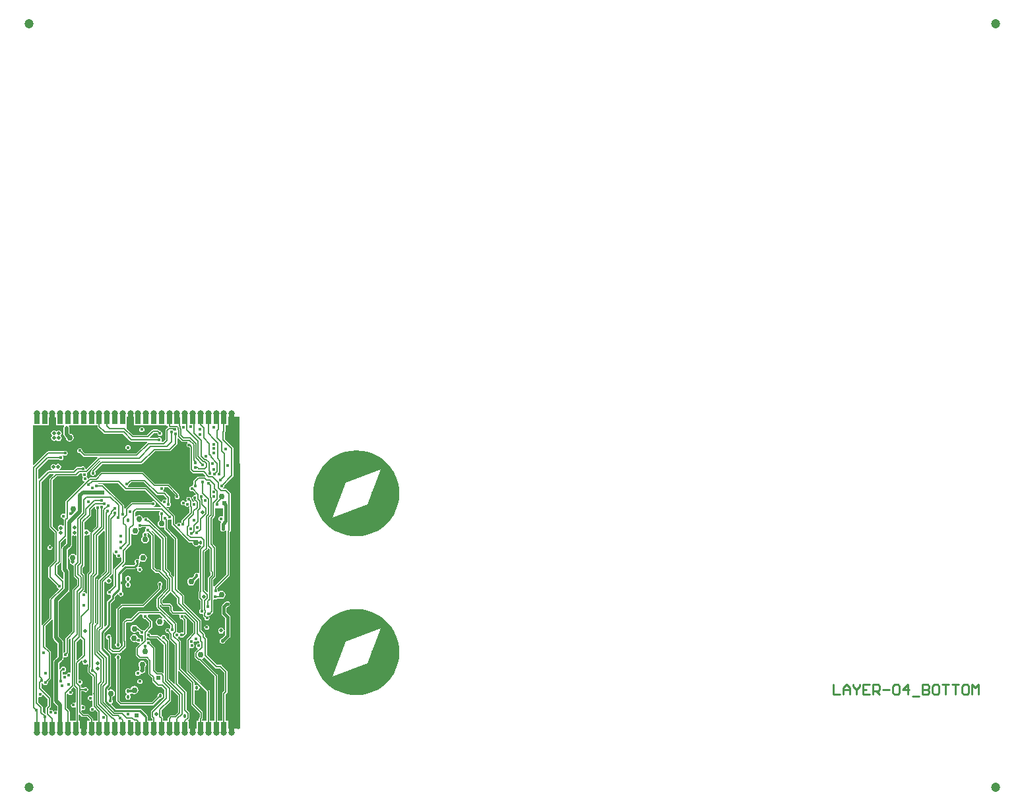
<source format=gbl>
%FSLAX24Y24*%
%MOIN*%
G70*
G01*
G75*
G04 Layer_Physical_Order=4*
G04 Layer_Color=16711680*
%ADD10C,0.0197*%
%ADD11C,0.0276*%
%ADD12R,0.0315X0.0276*%
%ADD13R,0.0295X0.0591*%
%ADD14R,0.0315X0.0118*%
%ADD15R,0.0394X0.0709*%
%ADD16R,0.0177X0.0098*%
%ADD17R,0.0177X0.0138*%
G04:AMPARAMS|DCode=18|XSize=59.1mil|YSize=17.7mil|CornerRadius=0mil|HoleSize=0mil|Usage=FLASHONLY|Rotation=90.000|XOffset=0mil|YOffset=0mil|HoleType=Round|Shape=RoundedRectangle|*
%AMROUNDEDRECTD18*
21,1,0.0591,0.0177,0,0,90.0*
21,1,0.0591,0.0177,0,0,90.0*
1,1,0.0000,0.0089,0.0295*
1,1,0.0000,0.0089,-0.0295*
1,1,0.0000,-0.0089,-0.0295*
1,1,0.0000,-0.0089,0.0295*
%
%ADD18ROUNDEDRECTD18*%
%ADD19R,0.0118X0.0315*%
%ADD20R,0.0472X0.0787*%
%ADD21R,0.0354X0.0157*%
%ADD22R,0.0189X0.0197*%
%ADD23R,0.0039X0.0039*%
%ADD24R,0.0246X0.1496*%
%ADD25R,0.0246X0.1043*%
%ADD26R,0.1232X0.0246*%
%ADD27R,0.1496X0.0246*%
%ADD28R,0.0177X0.0197*%
%ADD29R,0.0118X0.0118*%
G04:AMPARAMS|DCode=30|XSize=11.8mil|YSize=11.8mil|CornerRadius=0.3mil|HoleSize=0mil|Usage=FLASHONLY|Rotation=270.000|XOffset=0mil|YOffset=0mil|HoleType=Round|Shape=RoundedRectangle|*
%AMROUNDEDRECTD30*
21,1,0.0118,0.0112,0,0,270.0*
21,1,0.0112,0.0118,0,0,270.0*
1,1,0.0006,-0.0056,-0.0056*
1,1,0.0006,-0.0056,0.0056*
1,1,0.0006,0.0056,0.0056*
1,1,0.0006,0.0056,-0.0056*
%
%ADD30ROUNDEDRECTD30*%
%ADD31R,0.1654X0.1654*%
%ADD32R,0.0374X0.0079*%
%ADD33R,0.0079X0.0374*%
G04:AMPARAMS|DCode=34|XSize=39.4mil|YSize=23.6mil|CornerRadius=0.6mil|HoleSize=0mil|Usage=FLASHONLY|Rotation=270.000|XOffset=0mil|YOffset=0mil|HoleType=Round|Shape=RoundedRectangle|*
%AMROUNDEDRECTD34*
21,1,0.0394,0.0224,0,0,270.0*
21,1,0.0382,0.0236,0,0,270.0*
1,1,0.0012,-0.0112,-0.0191*
1,1,0.0012,-0.0112,0.0191*
1,1,0.0012,0.0112,0.0191*
1,1,0.0012,0.0112,-0.0191*
%
%ADD34ROUNDEDRECTD34*%
%ADD35R,0.0118X0.0118*%
%ADD36R,0.0630X0.0315*%
G04:AMPARAMS|DCode=37|XSize=25.2mil|YSize=24mil|CornerRadius=0.6mil|HoleSize=0mil|Usage=FLASHONLY|Rotation=90.000|XOffset=0mil|YOffset=0mil|HoleType=Round|Shape=RoundedRectangle|*
%AMROUNDEDRECTD37*
21,1,0.0252,0.0228,0,0,90.0*
21,1,0.0240,0.0240,0,0,90.0*
1,1,0.0012,0.0114,0.0120*
1,1,0.0012,0.0114,-0.0120*
1,1,0.0012,-0.0114,-0.0120*
1,1,0.0012,-0.0114,0.0120*
%
%ADD37ROUNDEDRECTD37*%
%ADD38R,0.0138X0.0226*%
%ADD39R,0.0226X0.0138*%
%ADD40R,0.0138X0.0148*%
%ADD41R,0.0148X0.0138*%
%ADD42C,0.0354*%
%ADD43R,0.0138X0.0236*%
%ADD44R,0.0295X0.0197*%
%ADD45R,0.0390X0.0430*%
G04:AMPARAMS|DCode=46|XSize=31.5mil|YSize=31.5mil|CornerRadius=0.8mil|HoleSize=0mil|Usage=FLASHONLY|Rotation=180.000|XOffset=0mil|YOffset=0mil|HoleType=Round|Shape=RoundedRectangle|*
%AMROUNDEDRECTD46*
21,1,0.0315,0.0299,0,0,180.0*
21,1,0.0299,0.0315,0,0,180.0*
1,1,0.0016,-0.0150,0.0150*
1,1,0.0016,0.0150,0.0150*
1,1,0.0016,0.0150,-0.0150*
1,1,0.0016,-0.0150,-0.0150*
%
%ADD46ROUNDEDRECTD46*%
G04:AMPARAMS|DCode=47|XSize=19.7mil|YSize=19.7mil|CornerRadius=0.5mil|HoleSize=0mil|Usage=FLASHONLY|Rotation=0.000|XOffset=0mil|YOffset=0mil|HoleType=Round|Shape=RoundedRectangle|*
%AMROUNDEDRECTD47*
21,1,0.0197,0.0187,0,0,0.0*
21,1,0.0187,0.0197,0,0,0.0*
1,1,0.0010,0.0094,-0.0094*
1,1,0.0010,-0.0094,-0.0094*
1,1,0.0010,-0.0094,0.0094*
1,1,0.0010,0.0094,0.0094*
%
%ADD47ROUNDEDRECTD47*%
G04:AMPARAMS|DCode=48|XSize=11.8mil|YSize=11.8mil|CornerRadius=0.3mil|HoleSize=0mil|Usage=FLASHONLY|Rotation=180.000|XOffset=0mil|YOffset=0mil|HoleType=Round|Shape=RoundedRectangle|*
%AMROUNDEDRECTD48*
21,1,0.0118,0.0112,0,0,180.0*
21,1,0.0112,0.0118,0,0,180.0*
1,1,0.0006,-0.0056,0.0056*
1,1,0.0006,0.0056,0.0056*
1,1,0.0006,0.0056,-0.0056*
1,1,0.0006,-0.0056,-0.0056*
%
%ADD48ROUNDEDRECTD48*%
%ADD49R,0.1909X0.1909*%
%ADD50C,0.0108*%
G04:AMPARAMS|DCode=51|XSize=35.4mil|YSize=31.5mil|CornerRadius=0.2mil|HoleSize=0mil|Usage=FLASHONLY|Rotation=180.000|XOffset=0mil|YOffset=0mil|HoleType=Round|Shape=RoundedRectangle|*
%AMROUNDEDRECTD51*
21,1,0.0354,0.0312,0,0,180.0*
21,1,0.0351,0.0315,0,0,180.0*
1,1,0.0003,-0.0176,0.0156*
1,1,0.0003,0.0176,0.0156*
1,1,0.0003,0.0176,-0.0156*
1,1,0.0003,-0.0176,-0.0156*
%
%ADD51ROUNDEDRECTD51*%
G04:AMPARAMS|DCode=52|XSize=19.7mil|YSize=19.7mil|CornerRadius=0.5mil|HoleSize=0mil|Usage=FLASHONLY|Rotation=270.000|XOffset=0mil|YOffset=0mil|HoleType=Round|Shape=RoundedRectangle|*
%AMROUNDEDRECTD52*
21,1,0.0197,0.0187,0,0,270.0*
21,1,0.0187,0.0197,0,0,270.0*
1,1,0.0010,-0.0094,-0.0094*
1,1,0.0010,-0.0094,0.0094*
1,1,0.0010,0.0094,0.0094*
1,1,0.0010,0.0094,-0.0094*
%
%ADD52ROUNDEDRECTD52*%
%ADD53R,0.0197X0.0177*%
G04:AMPARAMS|DCode=54|XSize=31.5mil|YSize=31.5mil|CornerRadius=0.8mil|HoleSize=0mil|Usage=FLASHONLY|Rotation=270.000|XOffset=0mil|YOffset=0mil|HoleType=Round|Shape=RoundedRectangle|*
%AMROUNDEDRECTD54*
21,1,0.0315,0.0299,0,0,270.0*
21,1,0.0299,0.0315,0,0,270.0*
1,1,0.0016,-0.0150,-0.0150*
1,1,0.0016,-0.0150,0.0150*
1,1,0.0016,0.0150,0.0150*
1,1,0.0016,0.0150,-0.0150*
%
%ADD54ROUNDEDRECTD54*%
%ADD55C,0.0472*%
%ADD56C,0.0039*%
%ADD57C,0.0079*%
%ADD58C,0.0060*%
%ADD59C,0.0157*%
%ADD60C,0.0200*%
%ADD61C,0.0118*%
%ADD62C,0.0120*%
%ADD63C,0.0150*%
%ADD64C,0.0059*%
%ADD65C,0.0060*%
%ADD66C,0.0030*%
%ADD67C,0.0080*%
%ADD68C,0.0276*%
%ADD69C,0.0070*%
%ADD70C,0.0100*%
%ADD71C,0.0110*%
%ADD72C,0.0068*%
%ADD73C,0.0130*%
%ADD74C,0.0055*%
%ADD75C,0.0177*%
%ADD76R,0.0433X0.0699*%
%ADD77R,0.0226X0.0157*%
%ADD78R,0.0650X0.0551*%
%ADD79R,0.0512X0.0394*%
%ADD80R,0.0630X0.0433*%
%ADD81R,0.0492X0.0482*%
%ADD82R,0.0364X0.0502*%
%ADD83R,0.0236X0.0404*%
%ADD84R,0.0130X0.0424*%
%ADD85R,0.0185X0.0433*%
%ADD86C,0.0315*%
%ADD87C,0.0276*%
%ADD88C,0.0157*%
%ADD89C,0.0240*%
%ADD90C,0.0200*%
%ADD91C,0.0180*%
%ADD92C,0.0177*%
%ADD93R,0.0315X0.0246*%
%ADD94R,0.0315X0.0384*%
%ADD95R,0.0315X0.0463*%
%ADD96R,0.0315X0.0472*%
%ADD97R,0.0315X0.0394*%
%ADD98R,0.0315X0.0492*%
%ADD99R,0.0295X0.0443*%
%ADD100C,0.0300*%
%ADD101R,0.0315X0.0551*%
%ADD102C,0.0300*%
G36*
X6714Y6389D02*
X6714Y6389D01*
X6740Y6371D01*
X6772Y6365D01*
X7054D01*
X7089Y6330D01*
Y6150D01*
X7089Y6150D01*
X7096Y6119D01*
X7113Y6093D01*
X7215Y5991D01*
X7215Y5991D01*
X7242Y5973D01*
X7273Y5967D01*
X7576D01*
X7599Y5923D01*
X7595Y5916D01*
X7585Y5866D01*
X7595Y5816D01*
X7624Y5773D01*
X7666Y5745D01*
X7717Y5735D01*
X7730Y5738D01*
X7792Y5675D01*
Y5094D01*
X7778Y5073D01*
X7754Y5053D01*
X7713Y5061D01*
X7663Y5051D01*
X7621Y5023D01*
X7617Y5017D01*
X7567D01*
X7556Y5033D01*
X7514Y5061D01*
X7492Y5066D01*
X7474Y5093D01*
Y5482D01*
X7474Y5482D01*
X7467Y5513D01*
X7450Y5540D01*
X7450Y5540D01*
X6607Y6382D01*
Y6431D01*
X6653Y6450D01*
X6714Y6389D01*
D02*
G37*
G36*
X1244Y13032D02*
X1055Y12843D01*
X1037Y12817D01*
X1031Y12785D01*
X1031Y12785D01*
Y10384D01*
X1031Y10384D01*
X1037Y10353D01*
X1055Y10326D01*
X1298Y10083D01*
Y8706D01*
X1005Y8414D01*
X988Y8388D01*
X981Y8356D01*
X981Y8356D01*
Y7874D01*
X981Y7874D01*
X988Y7843D01*
X1005Y7816D01*
X1407Y7415D01*
X1404Y7402D01*
X1414Y7351D01*
X1443Y7309D01*
X1485Y7280D01*
X1499Y7235D01*
X1055Y6790D01*
X1037Y6763D01*
X1031Y6732D01*
X1031Y6732D01*
Y5810D01*
X689Y5468D01*
X671Y5442D01*
X623Y5452D01*
Y12669D01*
X1032Y13079D01*
X1225D01*
X1244Y13032D01*
D02*
G37*
G36*
X8294Y5527D02*
Y5052D01*
X7973Y4730D01*
X7955Y4703D01*
X7949Y4672D01*
X7949Y4672D01*
Y3114D01*
X7949Y3114D01*
X7955Y3083D01*
X7973Y3056D01*
X8974Y2055D01*
Y601D01*
X8743D01*
Y679D01*
X8755Y690D01*
X8755Y690D01*
X8765Y706D01*
X8773Y717D01*
X8779Y748D01*
Y998D01*
X8779Y998D01*
X8773Y1029D01*
X8755Y1055D01*
X8755Y1055D01*
X8349Y1461D01*
Y2132D01*
X8393Y2155D01*
X8419Y2138D01*
X8473Y2127D01*
X8528Y2138D01*
X8574Y2169D01*
X8605Y2215D01*
X8616Y2270D01*
X8605Y2325D01*
X8574Y2371D01*
X8528Y2402D01*
X8473Y2413D01*
X8419Y2402D01*
X8393Y2385D01*
X8349Y2408D01*
Y2530D01*
X8343Y2561D01*
X8336Y2571D01*
X8325Y2587D01*
X8325Y2587D01*
X7670Y3242D01*
Y4590D01*
X7670Y4590D01*
X7664Y4622D01*
X7646Y4648D01*
X7519Y4776D01*
X7524Y4825D01*
X7556Y4847D01*
X7560Y4853D01*
X7610D01*
X7621Y4837D01*
X7663Y4809D01*
X7713Y4799D01*
X7764Y4809D01*
X7806Y4837D01*
X7817Y4853D01*
X7826Y4855D01*
X7853Y4872D01*
X7932Y4951D01*
X7949Y4978D01*
X7956Y5009D01*
X7956Y5009D01*
Y5709D01*
X7949Y5740D01*
X7942Y5750D01*
X7932Y5766D01*
X7932Y5766D01*
X7845Y5853D01*
X7848Y5866D01*
X7838Y5916D01*
X7882Y5940D01*
X8294Y5527D01*
D02*
G37*
G36*
X2104Y4746D02*
X2103Y4744D01*
X2103Y4744D01*
Y3048D01*
X2059Y3024D01*
X2058Y3025D01*
X2008Y3035D01*
X1958Y3025D01*
X1915Y2997D01*
X1887Y2954D01*
X1884Y2940D01*
X1842Y2917D01*
D01*
D01*
X1842Y2917D01*
X1791Y2927D01*
X1741Y2917D01*
X1739Y2915D01*
X1695Y2939D01*
Y3062D01*
X1695Y3062D01*
X1733Y3067D01*
X1733Y3067D01*
Y3067D01*
X1783Y3077D01*
X1826Y3105D01*
X1854Y3148D01*
X1864Y3198D01*
X1854Y3248D01*
X1826Y3291D01*
X1783Y3319D01*
X1733Y3329D01*
X1683Y3319D01*
X1640Y3291D01*
X1612Y3248D01*
X1609Y3234D01*
X1575Y3200D01*
X1529Y3220D01*
Y3490D01*
X1692Y3653D01*
X1692Y3653D01*
X1724Y3702D01*
X1736Y3760D01*
Y3783D01*
X1780Y3806D01*
X1780Y3806D01*
X1831Y3796D01*
X1881Y3806D01*
X1924Y3834D01*
X1952Y3877D01*
X1962Y3927D01*
X1954Y3965D01*
X1977Y3988D01*
X1977Y3988D01*
X1995Y4014D01*
X2001Y4045D01*
Y4710D01*
X2060Y4769D01*
X2104Y4746D01*
D02*
G37*
G36*
X8580Y4638D02*
Y4616D01*
X8580Y4616D01*
X8586Y4585D01*
X8604Y4558D01*
X8606Y4556D01*
X8582Y4512D01*
X8559Y4517D01*
X8509Y4507D01*
X8466Y4478D01*
X8438Y4436D01*
X8428Y4386D01*
X8438Y4335D01*
X8466Y4293D01*
X8509Y4264D01*
X8522Y4220D01*
X8386Y4083D01*
X8368Y4056D01*
X8362Y4025D01*
X8362Y4025D01*
Y3835D01*
X8362Y3835D01*
X8368Y3804D01*
X8386Y3777D01*
X8520Y3642D01*
X8520Y3642D01*
X8547Y3625D01*
X8578Y3618D01*
X8589D01*
X9367Y2840D01*
Y601D01*
X9137D01*
Y2089D01*
X9137Y2089D01*
X9130Y2120D01*
X9113Y2147D01*
X9113Y2147D01*
X8112Y3148D01*
Y4257D01*
X8156Y4280D01*
X8173Y4269D01*
X8223Y4259D01*
X8274Y4269D01*
X8316Y4297D01*
X8345Y4340D01*
X8355Y4390D01*
X8345Y4440D01*
X8316Y4483D01*
X8308Y4489D01*
X8298Y4538D01*
X8310Y4556D01*
X8317Y4592D01*
X8364Y4611D01*
X8375Y4603D01*
X8425Y4593D01*
X8475Y4603D01*
X8518Y4632D01*
X8532Y4653D01*
X8580Y4638D01*
D02*
G37*
G36*
X9128Y9255D02*
Y8166D01*
X9128Y8166D01*
X9134Y8135D01*
X9151Y8109D01*
X9173Y8088D01*
Y7979D01*
X9058Y7864D01*
X9040Y7837D01*
X9034Y7806D01*
X9034Y7806D01*
Y7111D01*
X8988Y7092D01*
X8881Y7199D01*
Y9120D01*
X9006Y9245D01*
X9024Y9272D01*
X9028Y9292D01*
X9076Y9306D01*
X9128Y9255D01*
D02*
G37*
G36*
X4269Y9074D02*
X4297Y9032D01*
X4340Y9003D01*
X4370Y8997D01*
X4398Y8956D01*
X4396Y8947D01*
X4406Y8897D01*
X4435Y8854D01*
X4477Y8826D01*
X4528Y8816D01*
X4578Y8826D01*
X4620Y8854D01*
X4625Y8861D01*
X4673Y8846D01*
Y8679D01*
X4306Y8312D01*
X4286Y8283D01*
X4279Y8248D01*
Y7439D01*
X4057Y7217D01*
X4055Y7218D01*
X4005Y7208D01*
X3962Y7179D01*
X3934Y7137D01*
X3924Y7087D01*
X3934Y7036D01*
X3962Y6994D01*
X4005Y6965D01*
X4055Y6955D01*
X4087Y6962D01*
X4122Y6926D01*
X4120Y6919D01*
Y6816D01*
X3963Y6659D01*
X3941Y6626D01*
X3933Y6587D01*
Y5459D01*
X3829Y5354D01*
X3782Y5373D01*
Y7583D01*
X3831Y7632D01*
X3874Y7619D01*
X3908Y7569D01*
X3957Y7536D01*
X4016Y7524D01*
X4074Y7536D01*
X4124Y7569D01*
X4157Y7619D01*
X4169Y7677D01*
X4157Y7736D01*
X4124Y7785D01*
X4083Y7812D01*
X4079Y7862D01*
X4187Y7971D01*
X4191Y7973D01*
X4192Y7974D01*
X4209Y8000D01*
X4215Y8031D01*
X4215Y8032D01*
Y9087D01*
X4265Y9092D01*
X4269Y9074D01*
D02*
G37*
G36*
X7160Y7094D02*
X7477Y6777D01*
Y6535D01*
X7477Y6535D01*
X7484Y6504D01*
X7501Y6478D01*
X7803Y6176D01*
X7784Y6130D01*
X7307D01*
X7253Y6184D01*
Y6364D01*
X7253Y6364D01*
X7246Y6395D01*
X7229Y6421D01*
X7145Y6505D01*
X7119Y6522D01*
X7088Y6528D01*
X7088Y6528D01*
X6805D01*
X6737Y6596D01*
Y6699D01*
X7135Y7097D01*
X7160Y7094D01*
D02*
G37*
G36*
X3816Y10181D02*
Y8181D01*
X3415Y7780D01*
X3397Y7754D01*
X3391Y7723D01*
X3391Y7723D01*
Y5571D01*
X3350Y5543D01*
X3318Y5556D01*
Y7821D01*
X3468Y7970D01*
X3468Y7970D01*
X3486Y7997D01*
X3492Y8028D01*
X3492Y8028D01*
Y9922D01*
X3770Y10200D01*
X3816Y10181D01*
D02*
G37*
G36*
X6744Y5804D02*
X6713Y5765D01*
X6692Y5779D01*
X6614Y5794D01*
X6536Y5779D01*
X6470Y5735D01*
X6426Y5669D01*
X6410Y5591D01*
X6426Y5513D01*
X6470Y5446D01*
X6536Y5402D01*
X6614Y5387D01*
X6692Y5402D01*
X6758Y5446D01*
X6803Y5513D01*
X6818Y5591D01*
X6803Y5669D01*
X6789Y5689D01*
X6828Y5721D01*
X7142Y5406D01*
Y5304D01*
X7141Y5303D01*
X7112Y5260D01*
X7112Y5260D01*
Y5260D01*
X7096Y5243D01*
X7054Y5271D01*
X7003Y5281D01*
X6953Y5271D01*
X6911Y5243D01*
X6882Y5200D01*
X6872Y5150D01*
X6882Y5100D01*
X6911Y5057D01*
X6953Y5029D01*
X7003Y5019D01*
X7017Y5021D01*
X7094Y4944D01*
Y4726D01*
X7094Y4726D01*
X7100Y4695D01*
X7118Y4669D01*
X7359Y4427D01*
Y2480D01*
X7359Y2480D01*
X7360Y2478D01*
X7316Y2454D01*
X7075Y2694D01*
Y4610D01*
X7069Y4641D01*
X7062Y4651D01*
X7052Y4667D01*
X7052Y4667D01*
X6922Y4797D01*
X6925Y4810D01*
X6915Y4860D01*
X6886Y4903D01*
X6844Y4931D01*
X6793Y4941D01*
X6743Y4931D01*
X6701Y4903D01*
X6672Y4860D01*
X6671Y4855D01*
X6623Y4841D01*
X6567Y4896D01*
X6541Y4914D01*
X6510Y4920D01*
X6510Y4920D01*
X6159D01*
X6159Y4921D01*
X6149Y4972D01*
X6120Y5014D01*
X6078Y5043D01*
X6027Y5053D01*
X6022Y5051D01*
X5998Y5096D01*
X6199Y5297D01*
X6199Y5297D01*
X6217Y5323D01*
X6223Y5354D01*
X6223Y5354D01*
Y5591D01*
X6217Y5622D01*
X6210Y5632D01*
X6199Y5648D01*
X6199Y5648D01*
X5995Y5853D01*
X5997Y5866D01*
X5987Y5916D01*
X6053Y5960D01*
X6588D01*
X6744Y5804D01*
D02*
G37*
G36*
X2714Y4672D02*
Y3941D01*
X2428Y3655D01*
X2382Y3675D01*
Y4570D01*
X2583Y4770D01*
X2583Y4770D01*
X2613Y4773D01*
X2714Y4672D01*
D02*
G37*
G36*
X7517Y1856D02*
Y1018D01*
X7368Y869D01*
X7175D01*
X7175Y869D01*
X7144Y863D01*
X7118Y845D01*
X7118Y845D01*
X7029Y756D01*
X7011Y730D01*
X7005Y699D01*
X7005Y699D01*
Y601D01*
X6774D01*
Y729D01*
X6768Y760D01*
X6761Y770D01*
X6751Y786D01*
X6751Y786D01*
X6696Y841D01*
Y1118D01*
X7144Y1566D01*
X7144Y1566D01*
X7162Y1593D01*
X7168Y1624D01*
X7168Y1624D01*
Y2139D01*
X7214Y2158D01*
X7517Y1856D01*
D02*
G37*
G36*
X924Y1693D02*
Y1366D01*
X870Y1312D01*
X850Y1283D01*
X843Y1248D01*
Y965D01*
X797Y946D01*
X692Y1052D01*
Y1280D01*
X685Y1314D01*
X678Y1324D01*
X665Y1344D01*
X465Y1544D01*
Y1776D01*
X504Y1807D01*
X551Y1798D01*
X601Y1808D01*
X644Y1836D01*
X672Y1879D01*
X673Y1882D01*
X721Y1896D01*
X924Y1693D01*
D02*
G37*
G36*
X9399Y3267D02*
X9429Y3248D01*
X9464Y3241D01*
X9642D01*
X9850Y3033D01*
Y2105D01*
X9778Y2033D01*
X9758Y2003D01*
X9751Y1969D01*
Y601D01*
X9530D01*
Y2874D01*
X9524Y2905D01*
X9517Y2916D01*
X9506Y2932D01*
X9506Y2932D01*
X8746Y3692D01*
X8751Y3742D01*
X8751Y3742D01*
X8818Y3786D01*
X8821Y3791D01*
X8871Y3796D01*
X9399Y3267D01*
D02*
G37*
G36*
X2659Y808D02*
X2659Y808D01*
X2675Y798D01*
X2685Y791D01*
X2717Y785D01*
X2717Y785D01*
X2919D01*
X3056Y647D01*
X3037Y601D01*
X2942D01*
Y177D01*
X2643D01*
Y210D01*
X2570D01*
Y601D01*
X2513D01*
Y889D01*
X2559Y908D01*
X2659Y808D01*
D02*
G37*
G36*
X8186Y2496D02*
Y1427D01*
X8186Y1427D01*
X8192Y1396D01*
X8210Y1369D01*
X8616Y964D01*
Y782D01*
X8604Y770D01*
X8586Y744D01*
X8580Y712D01*
X8580Y712D01*
Y601D01*
X8454D01*
Y197D01*
X8081D01*
Y601D01*
X8065D01*
X8046Y647D01*
X8089Y690D01*
X8089Y690D01*
X8107Y717D01*
X8113Y748D01*
X8113Y748D01*
Y974D01*
X8107Y1006D01*
X8089Y1032D01*
X8089Y1032D01*
X7956Y1166D01*
Y2047D01*
X7949Y2078D01*
X7942Y2089D01*
X7932Y2105D01*
X7932Y2105D01*
X7523Y2514D01*
Y3094D01*
X7569Y3113D01*
X8186Y2496D01*
D02*
G37*
G36*
X1192Y5686D02*
X1207Y5663D01*
Y4783D01*
X1207Y4783D01*
X1217Y4735D01*
X1218Y4726D01*
X1251Y4676D01*
X1433Y4494D01*
Y3823D01*
X1271Y3660D01*
X1238Y3611D01*
X1236Y3601D01*
X1227Y3553D01*
X1227Y3553D01*
Y1585D01*
X1227Y1585D01*
X1236Y1536D01*
X1238Y1527D01*
X1271Y1478D01*
X1423Y1325D01*
Y1138D01*
X1385Y1106D01*
X1339Y1116D01*
X1288Y1106D01*
X1246Y1077D01*
X1202Y1106D01*
X1195Y1116D01*
X1153Y1145D01*
X1102Y1155D01*
X1064Y1147D01*
X1037Y1169D01*
X1035Y1219D01*
X1080Y1264D01*
X1099Y1294D01*
X1106Y1329D01*
Y1731D01*
X1099Y1766D01*
X1080Y1795D01*
X623Y2252D01*
Y2450D01*
X630Y2487D01*
X680Y2497D01*
X680Y2497D01*
D01*
X706Y2469D01*
Y2469D01*
X706Y2469D01*
X734Y2427D01*
X777Y2398D01*
X827Y2388D01*
X877Y2398D01*
X920Y2427D01*
X948Y2469D01*
X958Y2520D01*
X951Y2556D01*
X1081Y2686D01*
X1081Y2686D01*
X1092Y2702D01*
X1099Y2713D01*
X1105Y2744D01*
Y4055D01*
X1105Y4055D01*
X1099Y4086D01*
X1081Y4113D01*
X828Y4366D01*
Y5377D01*
X1142Y5691D01*
X1192Y5686D01*
D02*
G37*
G36*
X6027Y4790D02*
X6041Y4793D01*
X6052Y4781D01*
X6079Y4763D01*
X6110Y4757D01*
X6110Y4757D01*
X6476D01*
X6800Y4433D01*
Y3026D01*
X6754Y3007D01*
X6741Y3020D01*
X6714Y3038D01*
X6683Y3044D01*
X6683Y3044D01*
X6500D01*
X6381Y3164D01*
Y4252D01*
X6381Y4252D01*
X6375Y4283D01*
X6367Y4294D01*
X6357Y4310D01*
X6357Y4310D01*
X6152Y4514D01*
X6155Y4528D01*
X6145Y4578D01*
X6116Y4620D01*
X6074Y4649D01*
X6024Y4659D01*
X5977Y4649D01*
X5969Y4656D01*
X5938Y4702D01*
Y4779D01*
X5977Y4800D01*
X6027Y4790D01*
D02*
G37*
G36*
X2689Y3618D02*
X2682Y3583D01*
X2693Y3524D01*
X2727Y3475D01*
X2776Y3441D01*
X2835Y3430D01*
X2893Y3441D01*
X2943Y3475D01*
X2989Y3443D01*
Y3349D01*
X2984Y3343D01*
X2966Y3317D01*
X2960Y3286D01*
X2960Y3286D01*
Y3081D01*
X2960Y3081D01*
X2966Y3049D01*
X2984Y3023D01*
X3206Y2801D01*
Y2015D01*
X3202Y2010D01*
X3196Y1978D01*
X3202Y1947D01*
X3206Y1942D01*
Y1880D01*
X3162Y1856D01*
X3151Y1863D01*
X3100Y1873D01*
X3050Y1863D01*
X3008Y1835D01*
X2979Y1792D01*
X2969Y1742D01*
X2979Y1692D01*
X3008Y1649D01*
X3050Y1621D01*
X3100Y1611D01*
X3151Y1621D01*
X3162Y1628D01*
X3206Y1605D01*
Y1397D01*
X3189Y1312D01*
X3139Y1302D01*
X3096Y1274D01*
X3068Y1231D01*
X3058Y1181D01*
X3068Y1131D01*
X3096Y1088D01*
X3139Y1060D01*
X3189Y1050D01*
X3239Y1060D01*
X3282Y1088D01*
X3307Y1126D01*
X3356Y1130D01*
X3462Y1025D01*
Y601D01*
X3231D01*
Y669D01*
X3225Y701D01*
X3218Y711D01*
X3207Y727D01*
X3207Y727D01*
X3010Y924D01*
X2984Y941D01*
X2953Y948D01*
X2953Y948D01*
X2750D01*
X2636Y1062D01*
X2638Y1112D01*
X2669Y1138D01*
X2717Y1129D01*
X2767Y1139D01*
X2809Y1167D01*
X2838Y1210D01*
X2848Y1260D01*
X2838Y1310D01*
X2809Y1353D01*
X2767Y1381D01*
X2717Y1391D01*
X2669Y1382D01*
X2631Y1413D01*
Y2094D01*
X2754D01*
X2762Y2082D01*
X2804Y2054D01*
X2854Y2044D01*
X2905Y2054D01*
X2947Y2082D01*
X2976Y2125D01*
X2986Y2175D01*
X2976Y2225D01*
X2947Y2268D01*
X2905Y2296D01*
X2854Y2306D01*
X2804Y2296D01*
X2762Y2268D01*
X2754Y2257D01*
X2631D01*
Y2344D01*
X2625Y2376D01*
X2607Y2402D01*
X2607Y2402D01*
X2607D01*
X2619Y2428D01*
X2662Y2456D01*
X2690Y2499D01*
X2700Y2549D01*
X2690Y2599D01*
X2662Y2642D01*
X2619Y2670D01*
X2569Y2680D01*
X2530Y2673D01*
X2492Y2705D01*
Y3489D01*
X2645Y3641D01*
X2689Y3618D01*
D02*
G37*
G36*
X2350Y2208D02*
Y1525D01*
X2305Y1502D01*
X2294Y1509D01*
X2244Y1519D01*
X2194Y1509D01*
X2151Y1481D01*
X2123Y1438D01*
X2113Y1388D01*
X2123Y1338D01*
X2151Y1295D01*
X2194Y1267D01*
X2244Y1257D01*
X2294Y1267D01*
X2305Y1274D01*
X2350Y1250D01*
Y601D01*
X2050D01*
Y1063D01*
X2050Y1063D01*
X2044Y1094D01*
X2026Y1121D01*
X2026Y1121D01*
X1912Y1235D01*
Y1934D01*
X1949Y1968D01*
X1967Y1966D01*
X1994Y1925D01*
X2036Y1897D01*
X2087Y1887D01*
X2137Y1897D01*
X2180Y1925D01*
X2208Y1968D01*
X2218Y2018D01*
X2208Y2068D01*
X2180Y2111D01*
X2139Y2138D01*
X2134Y2188D01*
X2243Y2297D01*
X2243Y2297D01*
X2259Y2298D01*
X2350Y2208D01*
D02*
G37*
G36*
X16817Y6215D02*
X17096Y6160D01*
X17365Y6068D01*
X17620Y5943D01*
X17856Y5785D01*
X18070Y5598D01*
X18257Y5384D01*
X18415Y5148D01*
X18541Y4893D01*
X18632Y4624D01*
X18687Y4345D01*
X18706Y4061D01*
X18687Y3778D01*
X18632Y3499D01*
X18541Y3230D01*
X18415Y2975D01*
X18257Y2739D01*
X18070Y2525D01*
X17856Y2338D01*
X17620Y2180D01*
X17365Y2054D01*
X17096Y1963D01*
X16817Y1907D01*
X16533Y1889D01*
X16250Y1907D01*
X15971Y1963D01*
X15702Y2054D01*
X15447Y2180D01*
X15211Y2338D01*
X14997Y2525D01*
X14810Y2739D01*
X14652Y2975D01*
X14526Y3230D01*
X14435Y3499D01*
X14379Y3778D01*
X14361Y4061D01*
X14379Y4345D01*
X14435Y4624D01*
X14526Y4893D01*
X14652Y5148D01*
X14810Y5384D01*
X14997Y5598D01*
X15211Y5785D01*
X15447Y5943D01*
X15702Y6068D01*
X15971Y6160D01*
X16250Y6215D01*
X16533Y6234D01*
X16817Y6215D01*
D02*
G37*
G36*
Y14245D02*
X17096Y14190D01*
X17365Y14098D01*
X17620Y13973D01*
X17856Y13815D01*
X18070Y13628D01*
X18257Y13414D01*
X18415Y13178D01*
X18541Y12923D01*
X18632Y12654D01*
X18687Y12375D01*
X18706Y12091D01*
X18687Y11808D01*
X18632Y11529D01*
X18541Y11260D01*
X18415Y11005D01*
X18257Y10769D01*
X18070Y10555D01*
X17856Y10368D01*
X17620Y10210D01*
X17365Y10084D01*
X17096Y9993D01*
X16817Y9937D01*
X16533Y9919D01*
X16250Y9937D01*
X15971Y9993D01*
X15702Y10084D01*
X15447Y10210D01*
X15211Y10368D01*
X14997Y10555D01*
X14810Y10769D01*
X14652Y11005D01*
X14526Y11260D01*
X14435Y11529D01*
X14379Y11808D01*
X14361Y12091D01*
X14379Y12375D01*
X14435Y12654D01*
X14526Y12923D01*
X14652Y13178D01*
X14810Y13414D01*
X14997Y13628D01*
X15211Y13815D01*
X15447Y13973D01*
X15702Y14098D01*
X15971Y14190D01*
X16250Y14245D01*
X16533Y14264D01*
X16817Y14245D01*
D02*
G37*
G36*
X3058Y9998D02*
Y8174D01*
X2954Y8069D01*
X2936Y8043D01*
X2930Y8012D01*
X2930Y8012D01*
Y7040D01*
X2882Y7026D01*
X2859Y7061D01*
X2816Y7090D01*
X2766Y7100D01*
X2765Y7100D01*
X2741Y7144D01*
X2786Y7188D01*
X2803Y7215D01*
X2810Y7246D01*
X2810Y7246D01*
Y7933D01*
X2803Y7964D01*
X2786Y7991D01*
X2786Y7991D01*
X2700Y8077D01*
Y8342D01*
X2766Y8409D01*
X2766Y8409D01*
X2784Y8435D01*
X2790Y8466D01*
X2790Y8466D01*
Y9944D01*
X2834Y9968D01*
X2835Y9967D01*
X2894Y9955D01*
X2952Y9967D01*
X3002Y10000D01*
X3010Y10013D01*
X3058Y9998D01*
D02*
G37*
G36*
X2683Y13068D02*
X2674Y13022D01*
X2684Y12971D01*
X2712Y12929D01*
Y12929D01*
X2712D01*
X2719Y12897D01*
X2704Y12875D01*
X2694Y12825D01*
X2704Y12775D01*
X2732Y12732D01*
X2775Y12704D01*
X2790Y12700D01*
X2805Y12653D01*
X1862Y11709D01*
X1844Y11683D01*
X1838Y11652D01*
X1838Y11652D01*
Y11082D01*
X1794Y11059D01*
X1783Y11066D01*
X1732Y11076D01*
X1682Y11066D01*
X1639Y11038D01*
X1611Y10995D01*
X1601Y10945D01*
X1611Y10895D01*
X1639Y10852D01*
X1682Y10824D01*
X1728Y10814D01*
X1756Y10773D01*
X1752Y10750D01*
X1752Y10750D01*
Y10480D01*
X1707Y10456D01*
X1663Y10486D01*
X1604Y10497D01*
X1546Y10486D01*
X1496Y10453D01*
X1463Y10403D01*
X1451Y10344D01*
X1463Y10286D01*
X1496Y10236D01*
Y10207D01*
X1481Y10185D01*
X1432Y10180D01*
X1194Y10418D01*
Y12752D01*
X1392Y12950D01*
X2362D01*
X2362Y12950D01*
X2393Y12956D01*
X2420Y12974D01*
X2552Y13106D01*
X2651D01*
X2683Y13068D01*
D02*
G37*
G36*
X9814Y10940D02*
X9769Y10916D01*
X9746Y10932D01*
X9695Y10942D01*
X9645Y10932D01*
X9603Y10904D01*
X9574Y10861D01*
X9564Y10811D01*
X9574Y10761D01*
X9603Y10718D01*
X9645Y10689D01*
X9692Y10680D01*
X9701Y10649D01*
X9705Y10631D01*
X9703Y10629D01*
X9676Y10588D01*
X9666Y10539D01*
Y10305D01*
X9662Y10285D01*
X9672Y10235D01*
X9700Y10193D01*
X9743Y10164D01*
X9793Y10154D01*
X9844Y10164D01*
X9886Y10193D01*
X9890Y10199D01*
X9891Y10197D01*
X9886Y10193D01*
X9950D01*
X9971Y10167D01*
X9971Y10167D01*
Y8000D01*
X9359Y7387D01*
X9355Y7382D01*
X9307Y7396D01*
Y7727D01*
X9422Y7842D01*
X9439Y7868D01*
X9446Y7899D01*
X9446Y7899D01*
Y9348D01*
X9446Y9348D01*
X9439Y9379D01*
X9422Y9406D01*
X9422Y9406D01*
X9266Y9561D01*
Y10805D01*
X9359Y10897D01*
X9359Y10897D01*
X9369Y10913D01*
X9377Y10924D01*
X9383Y10955D01*
Y11339D01*
X9814D01*
Y10940D01*
D02*
G37*
G36*
X7703Y14721D02*
X7730Y14703D01*
X7761Y14697D01*
X7761Y14697D01*
X7987D01*
X8001Y14649D01*
X7988Y14640D01*
X7959Y14597D01*
X7949Y14547D01*
X7959Y14497D01*
X7988Y14454D01*
X8030Y14426D01*
X8081Y14416D01*
X8088Y14418D01*
X8127Y14386D01*
Y13287D01*
X8127Y13287D01*
X8133Y13256D01*
X8151Y13230D01*
X8249Y13131D01*
X8249Y13131D01*
X8276Y13114D01*
X8307Y13107D01*
X8785D01*
X8908Y12985D01*
X8884Y12941D01*
X8858Y12946D01*
X8858Y12946D01*
X8563D01*
X8532Y12940D01*
X8505Y12922D01*
X8505Y12922D01*
X8328Y12745D01*
X8310Y12718D01*
X8304Y12687D01*
X8304Y12687D01*
Y12581D01*
X8293Y12573D01*
X8265Y12531D01*
X8255Y12480D01*
X8228Y12454D01*
X8178Y12444D01*
X8136Y12416D01*
X8107Y12373D01*
X8097Y12323D01*
X8107Y12273D01*
X8136Y12230D01*
X8178Y12202D01*
X8228Y12192D01*
X8274Y12201D01*
X8424Y12051D01*
X8401Y12007D01*
X8376Y12012D01*
X8326Y12002D01*
X8284Y11973D01*
X8255Y11931D01*
X8245Y11881D01*
X8255Y11830D01*
X8284Y11788D01*
X8295Y11780D01*
X8301Y11750D01*
X8319Y11723D01*
X8336Y11706D01*
X8333Y11686D01*
X8328Y11670D01*
X8280Y11656D01*
X8250Y11681D01*
Y11694D01*
X8243Y11725D01*
X8226Y11752D01*
X8226Y11752D01*
X8199Y11778D01*
X8202Y11791D01*
X8192Y11842D01*
X8164Y11884D01*
X8121Y11913D01*
X8071Y11923D01*
X8021Y11913D01*
X7978Y11884D01*
X7950Y11842D01*
X7940Y11791D01*
X7950Y11741D01*
X7974Y11704D01*
X7955Y11658D01*
X7952Y11657D01*
X7952Y11657D01*
X7952Y11657D01*
X7907Y11664D01*
X7878Y11707D01*
X7836Y11735D01*
X7785Y11745D01*
X7735Y11735D01*
X7693Y11707D01*
X7664Y11664D01*
X7654Y11614D01*
X7664Y11564D01*
X7693Y11521D01*
X7735Y11493D01*
X7785Y11483D01*
X7836Y11493D01*
X7836Y11493D01*
X7836Y11493D01*
X7881Y11486D01*
X7881Y11486D01*
Y11486D01*
X7910Y11443D01*
X7952Y11415D01*
X8002Y11405D01*
X8053Y11415D01*
X8053Y11415D01*
X8053Y11415D01*
X8086Y11428D01*
X8086Y11428D01*
X8093Y11397D01*
Y11397D01*
X8102Y11383D01*
X8079Y11339D01*
X8107D01*
Y11133D01*
X8106Y11130D01*
X7728Y10753D01*
X7710Y10726D01*
X7704Y10695D01*
X7704Y10695D01*
Y10639D01*
X7683Y10624D01*
X7654Y10582D01*
X7637Y10585D01*
X7609Y10604D01*
X7559Y10614D01*
X7509Y10604D01*
X7466Y10575D01*
X7440Y10535D01*
X7402Y10532D01*
X7365Y10565D01*
Y10935D01*
X7365Y10935D01*
X7359Y10966D01*
X7341Y10993D01*
X7341Y10993D01*
X7041Y11292D01*
X7061Y11339D01*
X6995D01*
X6944Y11389D01*
X6976Y11428D01*
X6997Y11414D01*
X7047Y11404D01*
X7097Y11414D01*
X7140Y11443D01*
X7169Y11485D01*
X7179Y11535D01*
X7169Y11586D01*
X7140Y11628D01*
X7138Y11629D01*
Y11880D01*
X7131Y11915D01*
X7112Y11944D01*
X6905Y12151D01*
X6875Y12171D01*
X6841Y12178D01*
X6794D01*
X6779Y12226D01*
X6786Y12230D01*
X6814Y12273D01*
X6824Y12323D01*
X6815Y12370D01*
X6847Y12409D01*
X7004D01*
X7389Y12024D01*
X7387Y12012D01*
X7359Y11970D01*
X7349Y11919D01*
X7359Y11869D01*
X7387Y11826D01*
X7430Y11798D01*
X7480Y11788D01*
X7531Y11798D01*
X7573Y11826D01*
X7602Y11869D01*
X7612Y11919D01*
X7602Y11970D01*
X7573Y12012D01*
X7562Y12020D01*
Y12047D01*
X7562Y12047D01*
X7556Y12078D01*
X7538Y12105D01*
X7538Y12105D01*
X7095Y12548D01*
X7069Y12566D01*
X7037Y12572D01*
X7037Y12572D01*
X6363D01*
X5786Y13148D01*
X5760Y13166D01*
X5728Y13172D01*
X5728Y13172D01*
X3681D01*
X3650Y13166D01*
X3639Y13159D01*
X3623Y13148D01*
X3623Y13148D01*
X3362Y12887D01*
X3073D01*
X3042Y12880D01*
X3031Y12873D01*
X3015Y12863D01*
X3015Y12863D01*
X2997Y12845D01*
X2949Y12859D01*
X2946Y12875D01*
X2918Y12918D01*
Y12918D01*
X2918D01*
X2911Y12949D01*
X2926Y12971D01*
X2936Y13022D01*
X2926Y13072D01*
X2923Y13076D01*
X2933Y13125D01*
X2940Y13130D01*
X3566Y13755D01*
X3614Y13743D01*
X3618Y13729D01*
X3604Y13719D01*
X3604Y13719D01*
X3171Y13286D01*
X3153Y13260D01*
X3147Y13228D01*
X3147Y13228D01*
Y13211D01*
X3136Y13203D01*
X3107Y13160D01*
X3097Y13110D01*
X3107Y13060D01*
X3136Y13017D01*
X3178Y12989D01*
X3228Y12979D01*
X3279Y12989D01*
X3321Y13017D01*
X3350Y13060D01*
X3360Y13110D01*
X3350Y13160D01*
X3321Y13203D01*
X3321Y13206D01*
X3695Y13580D01*
X5669D01*
X5669Y13580D01*
X5701Y13586D01*
X5727Y13604D01*
X6355Y14232D01*
X7109D01*
X7109Y14232D01*
X7140Y14238D01*
X7166Y14256D01*
X7459Y14549D01*
X7459Y14549D01*
X7477Y14575D01*
X7483Y14606D01*
X7483Y14606D01*
Y14876D01*
X7529Y14895D01*
X7703Y14721D01*
D02*
G37*
G36*
X1367Y15541D02*
X1756D01*
X1757Y15539D01*
X1780Y15496D01*
X1750Y15452D01*
X1738Y15394D01*
Y15079D01*
X1738Y15079D01*
X1748Y15030D01*
X1750Y15021D01*
X1783Y14972D01*
X1856Y14899D01*
X1869Y14833D01*
X1913Y14767D01*
X1979Y14723D01*
X2057Y14707D01*
X2135Y14723D01*
X2201Y14767D01*
X2245Y14833D01*
X2261Y14911D01*
X2245Y14989D01*
X2201Y15056D01*
X2135Y15100D01*
X2070Y15113D01*
X2041Y15141D01*
Y15394D01*
X2030Y15452D01*
X2000Y15496D01*
X2022Y15539D01*
X2023Y15541D01*
X3336D01*
Y15541D01*
X3452D01*
Y15463D01*
X3459Y15428D01*
X3479Y15398D01*
X3754Y15123D01*
X3784Y15103D01*
X3819Y15096D01*
X4746D01*
X5103Y14739D01*
X5132Y14719D01*
X5167Y14712D01*
X5952D01*
X5966Y14664D01*
X5966Y14664D01*
X5966Y14664D01*
X5399Y14097D01*
X2829D01*
X2688Y14239D01*
X2690Y14252D01*
X2680Y14302D01*
X2652Y14345D01*
X2609Y14373D01*
X2559Y14383D01*
X2509Y14373D01*
X2466Y14345D01*
X2438Y14302D01*
X2428Y14252D01*
X2438Y14202D01*
X2466Y14159D01*
X2509Y14131D01*
X2559Y14121D01*
X2572Y14123D01*
X2738Y13958D01*
X2764Y13940D01*
X2795Y13934D01*
X2795Y13934D01*
X3448D01*
X3468Y13888D01*
X2889Y13310D01*
X2845Y13333D01*
X2848Y13346D01*
X2838Y13397D01*
X2809Y13439D01*
X2767Y13468D01*
X2717Y13478D01*
X2666Y13468D01*
X2624Y13439D01*
X2623Y13438D01*
X2431D01*
X2396Y13431D01*
X2367Y13411D01*
X2217Y13261D01*
X1562D01*
X1548Y13309D01*
X1575Y13327D01*
X1608Y13377D01*
X1619Y13435D01*
X1608Y13494D01*
X1575Y13543D01*
X1525Y13576D01*
X1467Y13588D01*
X1408Y13576D01*
X1358Y13543D01*
X1348D01*
X1299Y13576D01*
X1240Y13588D01*
X1182Y13576D01*
X1132Y13543D01*
X1099Y13494D01*
X1087Y13435D01*
X1099Y13377D01*
X1132Y13327D01*
X1159Y13309D01*
X1145Y13261D01*
X995D01*
X960Y13254D01*
X950Y13247D01*
X930Y13234D01*
X511Y12815D01*
X465Y12835D01*
Y13299D01*
X973Y13807D01*
X1520D01*
X1521Y13805D01*
X1564Y13776D01*
X1614Y13766D01*
X1664Y13776D01*
X1707Y13805D01*
X1735Y13847D01*
X1745Y13898D01*
X1735Y13948D01*
X1712Y13983D01*
X1747Y14018D01*
X1771Y14003D01*
X1821Y13993D01*
X1871Y14003D01*
X1914Y14031D01*
X1942Y14074D01*
X1952Y14124D01*
X1942Y14174D01*
X1914Y14217D01*
X1871Y14245D01*
X1821Y14255D01*
X1771Y14245D01*
X1728Y14217D01*
X1727Y14215D01*
X954D01*
X919Y14208D01*
X889Y14188D01*
X243Y13542D01*
X197Y13561D01*
Y15541D01*
X995D01*
Y15930D01*
X1367D01*
Y15541D01*
D02*
G37*
G36*
X3338Y11394D02*
X3333Y11368D01*
X3343Y11318D01*
X3372Y11275D01*
X3383Y11268D01*
Y10447D01*
X3084Y10148D01*
X3036Y10162D01*
X3035Y10167D01*
X3002Y10216D01*
X2952Y10250D01*
X2894Y10261D01*
X2835Y10250D01*
X2834Y10249D01*
X2790Y10272D01*
Y10627D01*
X3108Y10946D01*
X3108Y10946D01*
X3119Y10962D01*
X3126Y10972D01*
X3132Y11003D01*
Y11255D01*
X3294Y11417D01*
X3338Y11394D01*
D02*
G37*
G36*
X5912Y10343D02*
X5891Y10329D01*
X5863Y10286D01*
X5853Y10236D01*
X5863Y10186D01*
X5844Y10140D01*
X5805Y10132D01*
X5763Y10104D01*
X5734Y10061D01*
X5724Y10011D01*
X5734Y9961D01*
X5735Y9959D01*
X5725Y9910D01*
X5722Y9908D01*
X5678Y9842D01*
X5662Y9764D01*
X5678Y9686D01*
X5722Y9620D01*
X5788Y9575D01*
X5866Y9560D01*
X5944Y9575D01*
X6010Y9620D01*
X6055Y9686D01*
X6070Y9764D01*
X6055Y9842D01*
X6010Y9908D01*
X5984Y9926D01*
X5977Y9961D01*
X5977D01*
X5977Y9961D01*
X5987Y10011D01*
X5977Y10061D01*
X6021Y10084D01*
X6178Y9927D01*
Y8307D01*
X6178Y8307D01*
X6184Y8276D01*
X6202Y8249D01*
X6360Y8092D01*
X6360Y8092D01*
X6386Y8074D01*
X6417Y8068D01*
X6417Y8068D01*
X6542D01*
X6916Y7694D01*
Y7288D01*
X6468Y6839D01*
X6450Y6813D01*
X6444Y6781D01*
X6444Y6781D01*
Y6348D01*
X6444Y6348D01*
X6450Y6317D01*
X6468Y6291D01*
X6570Y6189D01*
X6551Y6143D01*
X5562D01*
X5527Y6136D01*
X5497Y6116D01*
X5143Y5761D01*
X4930D01*
X4895Y5754D01*
X4866Y5735D01*
X4750Y5619D01*
X4733Y5593D01*
D01*
X4730Y5589D01*
X4723Y5554D01*
Y4623D01*
X4730Y4588D01*
X4731Y4586D01*
Y4403D01*
X4523Y4195D01*
X4254D01*
X4168Y4281D01*
Y4761D01*
X4161Y4796D01*
X4154Y4806D01*
X4154Y4806D01*
X4157Y4822D01*
X4146Y4876D01*
X4116Y4922D01*
X4070Y4952D01*
X4016Y4963D01*
X3962Y4952D01*
X3916Y4922D01*
X3885Y4876D01*
X3874Y4822D01*
X3885Y4768D01*
X3916Y4722D01*
X3962Y4691D01*
X3986Y4686D01*
Y4243D01*
X3992Y4209D01*
X4012Y4179D01*
X4151Y4040D01*
X4171Y4027D01*
X4181Y4020D01*
X4216Y4013D01*
X4561D01*
X4596Y4020D01*
X4626Y4040D01*
X4688Y4102D01*
X4887Y4301D01*
X4900Y4321D01*
X4907Y4331D01*
X4914Y4366D01*
Y4615D01*
X4907Y4650D01*
X4906Y4652D01*
Y5516D01*
X4968Y5579D01*
X5180D01*
X5215Y5586D01*
X5245Y5606D01*
X5599Y5960D01*
X5679D01*
X5745Y5916D01*
X5735Y5866D01*
X5745Y5816D01*
X5773Y5773D01*
X5816Y5745D01*
X5866Y5735D01*
X5879Y5738D01*
X6060Y5557D01*
Y5388D01*
X5821Y5149D01*
X5786Y5153D01*
X5744Y5181D01*
X5693Y5191D01*
X5680Y5189D01*
X5571Y5298D01*
X5545Y5315D01*
X5513Y5322D01*
X5513Y5322D01*
X5509D01*
X5468Y5384D01*
X5401Y5428D01*
X5323Y5444D01*
X5245Y5428D01*
X5179Y5384D01*
X5135Y5318D01*
X5119Y5240D01*
X5135Y5162D01*
X5179Y5096D01*
X5245Y5052D01*
X5323Y5036D01*
X5401Y5052D01*
X5468Y5096D01*
X5476Y5108D01*
X5525Y5113D01*
X5565Y5073D01*
X5562Y5060D01*
X5572Y5010D01*
X5601Y4967D01*
X5643Y4939D01*
X5693Y4929D01*
X5736Y4937D01*
X5775Y4906D01*
Y4670D01*
X5713Y4608D01*
X5669Y4632D01*
X5675Y4660D01*
X5665Y4710D01*
X5636Y4753D01*
X5594Y4781D01*
X5543Y4791D01*
X5543Y4791D01*
X5543Y4791D01*
X5508Y4815D01*
X5502Y4848D01*
X5458Y4914D01*
X5391Y4958D01*
X5313Y4974D01*
X5235Y4958D01*
X5169Y4914D01*
X5125Y4848D01*
X5109Y4770D01*
X5125Y4692D01*
X5169Y4626D01*
X5235Y4582D01*
X5313Y4566D01*
X5391Y4582D01*
X5395Y4584D01*
X5423Y4578D01*
X5443D01*
X5451Y4567D01*
X5493Y4539D01*
X5543Y4529D01*
X5572Y4534D01*
X5595Y4490D01*
X5415Y4310D01*
X5397Y4283D01*
X5391Y4252D01*
X5391Y4252D01*
Y3917D01*
X5391Y3917D01*
X5397Y3886D01*
X5415Y3860D01*
X5533Y3742D01*
X5533Y3742D01*
X5559Y3724D01*
X5591Y3718D01*
X5591Y3718D01*
X5921D01*
X6031Y3608D01*
Y2972D01*
X6031Y2972D01*
X6037Y2941D01*
X6055Y2915D01*
X6218Y2752D01*
Y2618D01*
X6218Y2618D01*
X6224Y2587D01*
X6242Y2560D01*
X6468Y2334D01*
X6468Y2334D01*
X6494Y2316D01*
X6526Y2310D01*
X6526Y2310D01*
X6708D01*
X6848Y2171D01*
Y1776D01*
X6173Y1101D01*
X6155Y1075D01*
X6149Y1043D01*
X6149Y1043D01*
Y797D01*
X6149Y797D01*
X6155Y766D01*
X6173Y740D01*
X6218Y695D01*
Y601D01*
X6007D01*
Y787D01*
X6000Y826D01*
X5978Y860D01*
X5654Y1183D01*
X5621Y1205D01*
X5582Y1213D01*
X4376D01*
X4160Y1429D01*
X4165Y1479D01*
X4197Y1500D01*
X4226Y1543D01*
X4236Y1593D01*
X4226Y1643D01*
X4206Y1672D01*
Y1789D01*
X4212Y1790D01*
X4278Y1834D01*
X4322Y1900D01*
X4338Y1978D01*
X4322Y2056D01*
X4278Y2123D01*
X4212Y2167D01*
X4134Y2182D01*
X4056Y2167D01*
X4016Y2140D01*
X3983Y2158D01*
X3976Y2207D01*
X4108Y2339D01*
X4130Y2372D01*
X4137Y2411D01*
Y3898D01*
X4130Y3937D01*
X4108Y3970D01*
X3789Y4288D01*
Y5027D01*
X4108Y5345D01*
X4130Y5378D01*
X4137Y5417D01*
Y6545D01*
X4295Y6702D01*
X4317Y6735D01*
X4324Y6774D01*
Y6877D01*
X4459Y7012D01*
X4507Y6997D01*
X4515Y6958D01*
X4543Y6915D01*
X4586Y6887D01*
X4636Y6877D01*
X4685Y6886D01*
X4686Y6887D01*
X4690Y6889D01*
D01*
X4729Y6915D01*
X4757Y6958D01*
X4767Y7008D01*
X4757Y7058D01*
X4729Y7101D01*
X4686Y7129D01*
X4685Y7129D01*
Y8045D01*
X4914Y8274D01*
X5344D01*
X5384Y8282D01*
X5417Y8304D01*
X5427Y8314D01*
X5471Y8290D01*
X5461Y8243D01*
X5471Y8193D01*
X5500Y8151D01*
X5542Y8122D01*
X5593Y8112D01*
X5643Y8122D01*
X5685Y8151D01*
X5714Y8193D01*
X5724Y8243D01*
X5714Y8294D01*
X5685Y8336D01*
X5643Y8365D01*
X5593Y8375D01*
X5546Y8365D01*
X5522Y8410D01*
X5537Y8425D01*
X5560Y8458D01*
X5567Y8497D01*
Y8572D01*
X5587Y8601D01*
X5596Y8647D01*
X5615Y8654D01*
X5649Y8661D01*
X5680Y8640D01*
X5758Y8625D01*
X5836Y8640D01*
X5902Y8685D01*
X5946Y8751D01*
X5962Y8829D01*
X5946Y8907D01*
X5902Y8973D01*
X5836Y9017D01*
X5758Y9033D01*
X5680Y9017D01*
X5614Y8973D01*
X5569Y8907D01*
X5554Y8829D01*
X5560Y8798D01*
X5519Y8770D01*
X5516Y8772D01*
X5465Y8782D01*
X5415Y8772D01*
X5373Y8744D01*
X5344Y8701D01*
X5334Y8651D01*
X5344Y8601D01*
X5363Y8572D01*
Y8539D01*
X5302Y8478D01*
X4872D01*
X4833Y8470D01*
X4800Y8448D01*
X4731Y8379D01*
X4701Y8392D01*
X4692Y8441D01*
X4828Y8577D01*
X4848Y8607D01*
X4855Y8642D01*
Y9175D01*
X5143Y9463D01*
X5163Y9493D01*
X5170Y9528D01*
Y10027D01*
X5214Y10050D01*
X5276Y10008D01*
X5354Y9993D01*
X5432Y10008D01*
X5499Y10053D01*
X5543Y10119D01*
X5558Y10197D01*
X5543Y10275D01*
X5521Y10308D01*
X5548Y10350D01*
X5591Y10341D01*
X5641Y10351D01*
X5683Y10380D01*
X5691Y10391D01*
X5898D01*
X5912Y10343D01*
D02*
G37*
G36*
X6607Y11160D02*
X6600Y11156D01*
X6572Y11113D01*
X6562Y11063D01*
X6572Y11013D01*
X6600Y10970D01*
X6602Y10969D01*
Y10741D01*
X6549Y10705D01*
X6505Y10639D01*
X6489Y10561D01*
X6505Y10483D01*
X6549Y10417D01*
X6615Y10373D01*
X6693Y10357D01*
X6771Y10373D01*
X6797Y10390D01*
X6841Y10367D01*
Y10282D01*
X6841Y10282D01*
X6848Y10251D01*
X6865Y10224D01*
X7320Y9769D01*
Y7906D01*
X7286Y7883D01*
X7274Y7878D01*
X7168Y7984D01*
Y8071D01*
X7162Y8102D01*
X7155Y8113D01*
X7144Y8129D01*
X7144Y8129D01*
X6971Y8302D01*
Y9862D01*
X6971Y9862D01*
X6965Y9893D01*
X6947Y9920D01*
X6096Y10771D01*
X6070Y10789D01*
X6038Y10795D01*
X6038Y10795D01*
X6038Y10795D01*
X6029D01*
X6027Y10808D01*
X5998Y10851D01*
X5956Y10879D01*
X5906Y10889D01*
X5855Y10879D01*
X5813Y10851D01*
X5795Y10824D01*
X5746Y10834D01*
X5740Y10865D01*
X5695Y10932D01*
X5629Y10976D01*
X5551Y10991D01*
X5473Y10976D01*
X5411Y10934D01*
X5367Y10958D01*
Y11127D01*
X5448Y11208D01*
X6592D01*
X6607Y11160D01*
D02*
G37*
G36*
X5304Y15541D02*
X6861D01*
X7005Y15512D01*
X7011Y15481D01*
X7019Y15468D01*
X7010Y15419D01*
X7001Y15413D01*
X7001Y15413D01*
X6911Y15323D01*
X6893Y15297D01*
X6887Y15266D01*
X6887Y15266D01*
Y14798D01*
X6777Y14688D01*
X6706D01*
X6682Y14732D01*
X6696Y14753D01*
X6706Y14803D01*
X6696Y14853D01*
X6668Y14896D01*
X6625Y14924D01*
X6575Y14934D01*
X6525Y14924D01*
X6482Y14896D01*
X6481Y14894D01*
X6132D01*
X6113Y14940D01*
X6307Y15135D01*
X6468D01*
X6483Y15120D01*
X6483Y15118D01*
X6493Y15068D01*
X6521Y15025D01*
X6564Y14997D01*
X6614Y14987D01*
X6664Y14997D01*
X6707Y15025D01*
X6735Y15068D01*
X6745Y15118D01*
X6735Y15168D01*
X6707Y15211D01*
X6664Y15239D01*
X6614Y15249D01*
X6612Y15249D01*
X6570Y15291D01*
X6541Y15311D01*
X6506Y15317D01*
X6270D01*
X6235Y15311D01*
X6205Y15291D01*
X5956Y15042D01*
X5264D01*
X4941Y15365D01*
Y15532D01*
X4932Y15541D01*
Y15965D01*
X5304D01*
Y15541D01*
D02*
G37*
G36*
X1866Y9786D02*
Y9571D01*
X1692Y9396D01*
X1659Y9347D01*
X1657Y9337D01*
X1647Y9289D01*
X1647Y9289D01*
Y8231D01*
X1647Y8231D01*
X1657Y8183D01*
X1659Y8173D01*
X1692Y8124D01*
X1738Y8078D01*
Y7777D01*
X1692Y7758D01*
X1430Y8020D01*
Y8421D01*
X1573Y8564D01*
X1573Y8564D01*
X1591Y8591D01*
X1597Y8622D01*
Y9582D01*
X1820Y9805D01*
X1866Y9786D01*
D02*
G37*
G36*
X4844Y12265D02*
X4844Y12265D01*
X4870Y12247D01*
X4902Y12241D01*
X4902Y12241D01*
X5862D01*
X6667Y11437D01*
X6647Y11390D01*
X6317D01*
X6312Y11440D01*
X6330Y11444D01*
X6372Y11472D01*
X6401Y11515D01*
X6411Y11565D01*
X6401Y11615D01*
X6372Y11658D01*
X6330Y11686D01*
X6280Y11696D01*
X6229Y11686D01*
X6187Y11658D01*
X6179Y11647D01*
X5207D01*
X5207Y11647D01*
X5175Y11640D01*
X5149Y11623D01*
X4873Y11347D01*
X4868Y11339D01*
X4806D01*
Y11457D01*
X4800Y11488D01*
X4782Y11514D01*
X4782Y11514D01*
X3758Y12539D01*
X3731Y12556D01*
X3700Y12562D01*
X3700Y12562D01*
X3528D01*
X3502Y12605D01*
X3506Y12612D01*
X3507Y12614D01*
X4496D01*
X4844Y12265D01*
D02*
G37*
G36*
X2235Y9957D02*
X2293Y9945D01*
X2352Y9957D01*
X2355Y9959D01*
X2399Y9935D01*
Y9003D01*
X2354Y8973D01*
X2288Y9017D01*
X2210Y9033D01*
X2132Y9017D01*
X2066Y8973D01*
X2022Y8907D01*
X2006Y8829D01*
X2022Y8751D01*
X2066Y8685D01*
X2069Y8683D01*
X2057Y8625D01*
X2069Y8566D01*
X2102Y8517D01*
X2151Y8484D01*
X2210Y8472D01*
X2212Y8472D01*
X2251Y8441D01*
Y7933D01*
X2251Y7933D01*
X2257Y7902D01*
X2275Y7875D01*
X2418Y7732D01*
Y7455D01*
X2216Y7253D01*
X2198Y7226D01*
X2192Y7195D01*
X2192Y7195D01*
Y5132D01*
X1862Y4802D01*
X1844Y4775D01*
X1838Y4744D01*
X1838Y4744D01*
Y4079D01*
X1814Y4055D01*
X1780Y4048D01*
X1780Y4048D01*
X1736Y4072D01*
Y4557D01*
X1736Y4557D01*
X1724Y4615D01*
X1714Y4631D01*
X1692Y4664D01*
X1692Y4664D01*
X1510Y4846D01*
Y6623D01*
X1997Y7111D01*
X1997Y7111D01*
X2019Y7143D01*
X2030Y7160D01*
X2041Y7218D01*
X2041Y7218D01*
Y8140D01*
X2030Y8198D01*
X1997Y8247D01*
X1997Y8247D01*
X1950Y8294D01*
Y9226D01*
X2125Y9401D01*
X2125Y9401D01*
X2158Y9450D01*
X2169Y9508D01*
Y9948D01*
X2213Y9972D01*
X2235Y9957D01*
D02*
G37*
G36*
X6441Y12022D02*
X6471Y12002D01*
X6506Y11995D01*
X6803D01*
X6956Y11842D01*
Y11785D01*
X6912Y11761D01*
X6891Y11775D01*
X6841Y11785D01*
X6791Y11775D01*
X6748Y11747D01*
X6720Y11704D01*
X6715Y11681D01*
X6667Y11667D01*
X5953Y12381D01*
X5927Y12398D01*
X5896Y12404D01*
X5896Y12404D01*
X5008D01*
X4993Y12452D01*
X5014Y12466D01*
X5043Y12509D01*
X5046Y12525D01*
X5176Y12655D01*
X5809D01*
X6441Y12022D01*
D02*
G37*
G36*
X10620Y15935D02*
X10620D01*
Y13583D01*
X10669D01*
Y11339D01*
Y197D01*
X10050D01*
Y601D01*
X9934D01*
Y1931D01*
X10005Y2002D01*
X10025Y2032D01*
X10032Y2067D01*
Y3071D01*
X10025Y3106D01*
X10005Y3135D01*
X9745Y3396D01*
X9715Y3416D01*
X9680Y3423D01*
X9501D01*
X9004Y3920D01*
Y4717D01*
X8997Y4752D01*
X8977Y4781D01*
X8888Y4870D01*
Y4953D01*
X8881Y4988D01*
X8875Y4998D01*
X8861Y5017D01*
X8710Y5169D01*
Y5646D01*
X8703Y5681D01*
X8683Y5711D01*
X8293Y6101D01*
X8263Y6120D01*
X8259Y6121D01*
X7837Y6543D01*
Y6890D01*
X7837Y6890D01*
X7831Y6921D01*
X7814Y6947D01*
X7814Y6947D01*
X7483Y7278D01*
Y9803D01*
X7483Y9803D01*
X7477Y9834D01*
X7459Y9861D01*
X7459Y9861D01*
X7004Y10316D01*
Y10731D01*
X7043Y10763D01*
X7087Y10755D01*
X7137Y10765D01*
X7158Y10779D01*
X7202Y10755D01*
Y10522D01*
X7202Y10522D01*
X7208Y10490D01*
X7226Y10464D01*
X8053Y9637D01*
X8053Y9637D01*
X8079Y9620D01*
X8110Y9613D01*
X8110Y9613D01*
X8235D01*
X8241Y9606D01*
X8256Y9528D01*
X8301Y9462D01*
X8367Y9418D01*
X8445Y9402D01*
X8523Y9418D01*
X8589Y9462D01*
X8594Y9470D01*
X8611Y9459D01*
X8665Y9448D01*
X8677Y9450D01*
X8700Y9406D01*
X8608Y9314D01*
X8590Y9288D01*
X8584Y9256D01*
X8584Y9256D01*
Y8073D01*
X8540Y8049D01*
X8520Y8063D01*
X8465Y8073D01*
X8411Y8063D01*
X8364Y8032D01*
X8333Y7985D01*
X8323Y7931D01*
X8324Y7922D01*
X8227Y7824D01*
X8189Y7832D01*
X8111Y7816D01*
X8045Y7772D01*
X8001Y7706D01*
X7985Y7628D01*
X8001Y7550D01*
X8045Y7484D01*
X8111Y7440D01*
X8189Y7424D01*
X8267Y7440D01*
X8333Y7484D01*
X8377Y7550D01*
X8393Y7628D01*
X8385Y7666D01*
X8518Y7799D01*
X8520Y7799D01*
X8540Y7812D01*
X8584Y7789D01*
Y7154D01*
X8570Y7133D01*
X8564Y7102D01*
X8564Y7102D01*
Y6796D01*
X8564Y6796D01*
X8570Y6765D01*
X8588Y6739D01*
X8664Y6662D01*
Y6459D01*
X8663Y6455D01*
X8663Y6455D01*
Y6240D01*
X8632Y6219D01*
X8604Y6177D01*
X8594Y6126D01*
X8604Y6076D01*
X8632Y6034D01*
X8675Y6005D01*
X8725Y5995D01*
X8758Y6002D01*
X8796Y5970D01*
Y5894D01*
X8796Y5894D01*
X8803Y5863D01*
X8820Y5837D01*
X8856Y5801D01*
X8854Y5787D01*
X8864Y5737D01*
X8892Y5695D01*
X8935Y5666D01*
X8985Y5656D01*
X9035Y5666D01*
X9078Y5695D01*
X9106Y5737D01*
X9116Y5787D01*
X9106Y5838D01*
X9078Y5880D01*
D01*
X9116Y5893D01*
X9116D01*
D01*
Y5893D01*
Y5893D01*
X9116Y5893D01*
X9158Y5921D01*
X9181Y5956D01*
X9182Y5956D01*
X9283Y6057D01*
X9283Y6057D01*
X9294Y6073D01*
X9301Y6084D01*
X9307Y6115D01*
Y6712D01*
X9351Y6735D01*
X9360Y6729D01*
X9410Y6719D01*
X9460Y6729D01*
X9503Y6758D01*
X9504Y6760D01*
X9607D01*
X9642Y6767D01*
X9658Y6778D01*
X9724Y6765D01*
X9802Y6780D01*
X9869Y6824D01*
X9913Y6890D01*
X9928Y6969D01*
X9913Y7047D01*
X9869Y7113D01*
X9802Y7157D01*
X9724Y7172D01*
X9646Y7157D01*
X9583Y7115D01*
X9541Y7142D01*
X9547Y7172D01*
X9537Y7223D01*
X9509Y7265D01*
X9593Y7391D01*
X10110Y7908D01*
X10128Y7935D01*
X10134Y7966D01*
X10134Y7966D01*
Y10141D01*
X10166Y10173D01*
X10166Y10173D01*
X10184Y10200D01*
X10190Y10231D01*
X10190Y10231D01*
Y11339D01*
Y12067D01*
X10184Y12098D01*
X10177Y12109D01*
X10166Y12125D01*
X10166Y12125D01*
X9989Y12302D01*
X9962Y12319D01*
X9931Y12326D01*
X9931Y12326D01*
X9820D01*
X9806Y12374D01*
X9828Y12388D01*
X9856Y12431D01*
X9866Y12481D01*
X9864Y12491D01*
X10301Y12928D01*
X10320Y12957D01*
X10327Y12992D01*
Y14370D01*
X10320Y14405D01*
X10301Y14435D01*
X9894Y14841D01*
Y15169D01*
X9907Y15182D01*
X9927Y15211D01*
X9934Y15246D01*
Y15541D01*
X10050D01*
Y15965D01*
X10620D01*
Y15935D01*
D02*
G37*
G36*
X6670Y9779D02*
Y8244D01*
X6653Y8227D01*
X6626Y8212D01*
X6607Y8225D01*
X6576Y8231D01*
X6576Y8231D01*
X6451D01*
X6341Y8341D01*
Y9961D01*
X6341Y9961D01*
X6335Y9992D01*
X6328Y10002D01*
X6318Y10018D01*
X6318Y10018D01*
X6160Y10175D01*
X6195Y10212D01*
X6670Y9779D01*
D02*
G37*
%LPC*%
G36*
X1260Y15281D02*
X1201Y15269D01*
X1152Y15236D01*
X1119Y15186D01*
X1107Y15128D01*
X1119Y15069D01*
X1152Y15020D01*
Y15000D01*
X1119Y14950D01*
X1107Y14892D01*
X1119Y14833D01*
X1152Y14784D01*
X1201Y14750D01*
X1260Y14739D01*
X1318Y14750D01*
X1368Y14784D01*
X1368D01*
X1368Y14784D01*
X1388Y14774D01*
X1388Y14774D01*
Y14774D01*
X1438Y14741D01*
X1496Y14729D01*
X1555Y14741D01*
X1604Y14774D01*
X1637Y14823D01*
X1649Y14882D01*
X1637Y14940D01*
X1604Y14990D01*
Y15010D01*
X1637Y15060D01*
X1649Y15118D01*
X1637Y15177D01*
X1604Y15226D01*
X1555Y15259D01*
X1496Y15271D01*
X1438Y15259D01*
X1388Y15226D01*
X1368Y15236D01*
X1368Y15236D01*
Y15236D01*
X1318Y15269D01*
X1260Y15281D01*
D02*
G37*
G36*
X5695Y15446D02*
X5645Y15436D01*
X5603Y15408D01*
X5574Y15365D01*
X5564Y15315D01*
X5574Y15265D01*
X5603Y15222D01*
X5645Y15194D01*
X5695Y15184D01*
X5746Y15194D01*
X5788Y15222D01*
X5817Y15265D01*
X5827Y15315D01*
X5817Y15365D01*
X5788Y15408D01*
X5746Y15436D01*
X5695Y15446D01*
D02*
G37*
G36*
X4488Y3952D02*
X4434Y3941D01*
X4387Y3910D01*
X4356Y3864D01*
X4345Y3809D01*
X4356Y3754D01*
X4387Y3708D01*
X4407Y3695D01*
Y1614D01*
X4407Y1614D01*
X4413Y1583D01*
X4431Y1557D01*
X4588Y1399D01*
X4588Y1399D01*
X4614Y1381D01*
X4646Y1375D01*
X4646Y1375D01*
X6228D01*
X6228Y1375D01*
X6259Y1381D01*
X6285Y1399D01*
X6599Y1713D01*
X6622Y1708D01*
X6677Y1719D01*
X6723Y1750D01*
X6754Y1797D01*
X6765Y1851D01*
X6754Y1906D01*
X6723Y1952D01*
X6677Y1983D01*
X6622Y1994D01*
X6568Y1983D01*
X6521Y1952D01*
X6490Y1906D01*
X6479Y1851D01*
X6484Y1828D01*
X6194Y1538D01*
X4679D01*
X4570Y1648D01*
Y3695D01*
X4589Y3708D01*
X4620Y3754D01*
X4631Y3809D01*
X4620Y3864D01*
X4589Y3910D01*
X4543Y3941D01*
X4488Y3952D01*
D02*
G37*
G36*
X5000Y14541D02*
X4950Y14531D01*
X4907Y14502D01*
X4879Y14460D01*
X4869Y14409D01*
X4879Y14359D01*
X4907Y14317D01*
X4950Y14288D01*
X5000Y14278D01*
X5050Y14288D01*
X5093Y14317D01*
X5121Y14359D01*
X5131Y14409D01*
X5121Y14460D01*
X5093Y14502D01*
X5050Y14531D01*
X5000Y14541D01*
D02*
G37*
G36*
X5325Y2350D02*
X5247Y2334D01*
X5181Y2290D01*
X5136Y2224D01*
X5131Y2198D01*
X5086D01*
X5055Y2218D01*
X5000Y2229D01*
X4945Y2218D01*
X4899Y2188D01*
X4868Y2141D01*
X4857Y2087D01*
X4868Y2032D01*
X4899Y1986D01*
X4917Y1974D01*
Y1924D01*
X4899Y1912D01*
X4868Y1866D01*
X4857Y1811D01*
X4868Y1756D01*
X4899Y1710D01*
X4945Y1679D01*
X5000Y1668D01*
X5055Y1679D01*
X5101Y1710D01*
X5132Y1756D01*
X5143Y1811D01*
X5132Y1866D01*
X5101Y1912D01*
X5083Y1924D01*
Y1940D01*
X5119Y1975D01*
X5220D01*
X5247Y1957D01*
X5325Y1942D01*
X5403Y1957D01*
X5469Y2001D01*
X5513Y2068D01*
X5529Y2146D01*
X5513Y2224D01*
X5469Y2290D01*
X5403Y2334D01*
X5325Y2350D01*
D02*
G37*
G36*
X1053Y9482D02*
X1003Y9472D01*
X960Y9443D01*
X932Y9401D01*
X922Y9350D01*
X932Y9300D01*
X960Y9258D01*
X1003Y9229D01*
X1053Y9219D01*
X1103Y9229D01*
X1146Y9258D01*
X1174Y9300D01*
X1184Y9350D01*
X1174Y9401D01*
X1146Y9443D01*
X1103Y9472D01*
X1053Y9482D01*
D02*
G37*
G36*
X8976Y5446D02*
X8926Y5436D01*
X8884Y5408D01*
X8855Y5365D01*
X8845Y5315D01*
X8855Y5265D01*
X8884Y5222D01*
X8926Y5194D01*
X8976Y5184D01*
X9027Y5194D01*
X9069Y5222D01*
X9098Y5265D01*
X9108Y5315D01*
X9098Y5365D01*
X9069Y5408D01*
X9027Y5436D01*
X8976Y5446D01*
D02*
G37*
G36*
X4995Y7923D02*
X4941Y7913D01*
X4894Y7882D01*
X4863Y7835D01*
X4853Y7781D01*
X4863Y7726D01*
X4894Y7680D01*
X4933Y7654D01*
Y7604D01*
X4899Y7581D01*
X4868Y7535D01*
X4857Y7480D01*
X4868Y7426D01*
X4899Y7379D01*
X4945Y7348D01*
X5000Y7338D01*
X5055Y7348D01*
X5101Y7379D01*
X5132Y7426D01*
X5143Y7480D01*
X5132Y7535D01*
X5101Y7581D01*
X5062Y7607D01*
Y7657D01*
X5096Y7680D01*
X5127Y7726D01*
X5138Y7781D01*
X5127Y7835D01*
X5096Y7882D01*
X5050Y7913D01*
X4995Y7923D01*
D02*
G37*
G36*
X6614Y7643D02*
X6564Y7633D01*
X6521Y7605D01*
X6493Y7562D01*
X6483Y7512D01*
X6493Y7462D01*
X6521Y7419D01*
X6533Y7412D01*
Y7313D01*
X5718Y6499D01*
X4685D01*
X4654Y6493D01*
X4643Y6486D01*
X4627Y6475D01*
X4627Y6475D01*
X4431Y6278D01*
X4413Y6252D01*
X4407Y6220D01*
X4407Y6220D01*
Y4553D01*
X4387Y4540D01*
X4356Y4494D01*
X4345Y4439D01*
X4356Y4384D01*
X4387Y4338D01*
X4434Y4307D01*
X4488Y4296D01*
X4543Y4307D01*
X4589Y4338D01*
X4620Y4384D01*
X4631Y4439D01*
X4620Y4494D01*
X4589Y4540D01*
X4570Y4553D01*
Y6187D01*
X4688Y6305D01*
X4719Y6336D01*
X5752D01*
X5752Y6336D01*
X5783Y6342D01*
X5810Y6360D01*
X6672Y7222D01*
X6672Y7222D01*
X6682Y7237D01*
X6690Y7248D01*
X6696Y7279D01*
Y7412D01*
X6707Y7419D01*
X6735Y7462D01*
X6745Y7512D01*
X6735Y7562D01*
X6707Y7605D01*
X6664Y7633D01*
X6614Y7643D01*
D02*
G37*
G36*
X10022Y6627D02*
X10003Y6624D01*
X9980D01*
X9932Y6614D01*
X9890Y6586D01*
X9752Y6448D01*
X9725Y6407D01*
X9715Y6358D01*
Y6021D01*
X9725Y5972D01*
X9752Y5931D01*
X9906Y5777D01*
Y5156D01*
X9856Y5151D01*
X9845Y5209D01*
X9812Y5258D01*
X9762Y5291D01*
X9703Y5303D01*
X9645Y5291D01*
X9595Y5258D01*
X9562Y5209D01*
X9550Y5150D01*
X9562Y5091D01*
X9595Y5042D01*
X9645Y5009D01*
X9703Y4997D01*
X9762Y5009D01*
X9812Y5042D01*
X9845Y5091D01*
X9856Y5149D01*
D01*
X9856D01*
X9906Y5144D01*
Y4943D01*
X9727Y4763D01*
X9719Y4762D01*
X9672Y4731D01*
X9642Y4685D01*
X9631Y4630D01*
X9642Y4575D01*
X9672Y4529D01*
X9719Y4498D01*
X9773Y4487D01*
X9828Y4498D01*
X9874Y4529D01*
X9905Y4575D01*
X9907Y4583D01*
X10124Y4800D01*
X10151Y4841D01*
X10161Y4890D01*
Y5830D01*
X10151Y5879D01*
X10124Y5920D01*
X9970Y6074D01*
Y6305D01*
X10031Y6367D01*
X10072Y6375D01*
X10115Y6403D01*
X10143Y6446D01*
X10153Y6496D01*
X10143Y6546D01*
X10115Y6589D01*
X10072Y6617D01*
X10022Y6627D01*
D02*
G37*
G36*
X17749Y5270D02*
X15986Y4606D01*
X15322Y2843D01*
X17084Y3508D01*
X17749Y5270D01*
D02*
G37*
G36*
X5601Y2714D02*
X5550Y2704D01*
X5508Y2676D01*
X5479Y2633D01*
X5469Y2583D01*
X5479Y2533D01*
X5508Y2490D01*
X5550Y2461D01*
X5601Y2451D01*
X5651Y2461D01*
X5693Y2490D01*
X5722Y2533D01*
X5732Y2583D01*
X5722Y2633D01*
X5693Y2676D01*
X5651Y2704D01*
X5601Y2714D01*
D02*
G37*
G36*
X17749Y13300D02*
X15986Y12636D01*
X15322Y10873D01*
X17084Y11538D01*
X17749Y13300D01*
D02*
G37*
G36*
X5723Y3634D02*
X5645Y3618D01*
X5579Y3574D01*
X5535Y3508D01*
X5519Y3430D01*
X5535Y3352D01*
X5570Y3299D01*
Y3180D01*
X5563Y3143D01*
X5536Y3125D01*
X5505Y3119D01*
X5493Y3121D01*
X5443Y3111D01*
X5401Y3083D01*
X5372Y3040D01*
X5362Y2990D01*
X5372Y2940D01*
X5401Y2897D01*
X5443Y2869D01*
X5493Y2859D01*
X5544Y2869D01*
X5586Y2897D01*
X5615Y2940D01*
X5625Y2990D01*
D01*
X5625D01*
X5655Y2989D01*
X5655Y2989D01*
X5655Y2989D01*
X5713Y2977D01*
X5772Y2989D01*
X5822Y3022D01*
X5832Y3032D01*
X5865Y3081D01*
X5876Y3140D01*
Y3299D01*
X5912Y3352D01*
X5927Y3430D01*
X5912Y3508D01*
X5868Y3574D01*
X5801Y3618D01*
X5723Y3634D01*
D02*
G37*
%LPD*%
D10*
X1585Y3760D02*
Y4557D01*
X1378Y3553D02*
X1585Y3760D01*
X1378Y1585D02*
Y3553D01*
Y1585D02*
X1575Y1388D01*
Y118D02*
Y1388D01*
X2716Y12126D02*
X3701D01*
X3701Y12126D01*
X1799Y9289D02*
X2018Y9508D01*
X1799Y8231D02*
Y9289D01*
Y8231D02*
X1890Y8140D01*
Y7218D02*
Y8140D01*
X2579Y11988D02*
X2716Y12126D01*
X1890Y15079D02*
Y15394D01*
Y15079D02*
X2057Y14911D01*
X2018Y9508D02*
Y10620D01*
X2579Y11181D01*
Y11988D01*
X1358Y4783D02*
X1585Y4557D01*
X1358Y4783D02*
Y6686D01*
X1890Y7218D01*
D55*
X0Y-2756D02*
D03*
X48819Y35827D02*
D03*
X0D02*
D03*
X48819Y-2756D02*
D03*
D57*
X6270Y15226D02*
X6506D01*
X4055Y15364D02*
X4813D01*
X5994Y14951D02*
X6270Y15226D01*
X5226Y14951D02*
X5994D01*
X4813Y15364D02*
X5226Y14951D01*
X9114Y14075D02*
Y14587D01*
X8819Y14882D02*
X9114Y14587D01*
X7972Y15433D02*
Y15925D01*
X1604Y2570D02*
Y3100D01*
X1732Y3228D01*
X1733Y3198D02*
Y3228D01*
X1732Y3228D02*
X1733Y3228D01*
X9383Y6890D02*
X9410Y6863D01*
X9383Y6890D02*
X9409D01*
X995Y13170D02*
X2254D01*
X2431Y13346D01*
X374Y13337D02*
X935Y13898D01*
X1614D01*
X236Y13406D02*
X954Y14124D01*
X1821D01*
X9489Y14900D02*
X9724Y14665D01*
X9489Y15669D02*
X9557Y15602D01*
Y15344D02*
Y15602D01*
X9489Y15277D02*
X9557Y15344D01*
X9489Y14900D02*
Y15277D01*
X531Y2844D02*
Y12707D01*
X995Y13170D01*
X531Y2844D02*
X630Y2746D01*
Y2618D02*
Y2746D01*
X531Y2215D02*
Y2520D01*
X630Y2618D01*
X3543Y15463D02*
Y16024D01*
Y15463D02*
X3819Y15187D01*
X4783D01*
X5167Y14803D01*
X6575D01*
X3937Y15482D02*
Y15846D01*
Y15482D02*
X4055Y15364D01*
X1015Y1329D02*
Y1731D01*
X531Y2215D02*
X1015Y1731D01*
X374Y1506D02*
X600Y1280D01*
Y1014D02*
Y1280D01*
Y1014D02*
X787Y827D01*
Y118D02*
Y827D01*
X934Y946D02*
Y1248D01*
X1015Y1329D01*
X1181Y118D02*
Y699D01*
X934Y946D02*
X1181Y699D01*
X374Y1506D02*
Y13337D01*
X5276Y10512D02*
Y11165D01*
X5079Y10315D02*
X5276Y10512D01*
X2431Y13346D02*
X2717D01*
X7874Y16024D02*
X7972Y15925D01*
X8661Y15551D02*
X8819Y15394D01*
Y14882D02*
Y15394D01*
X9725Y12481D02*
X10236Y12992D01*
X9666Y12776D02*
X9862Y12972D01*
X9725Y12481D02*
X9735D01*
X9666Y12776D02*
Y12776D01*
X9724Y14222D02*
X9862Y14085D01*
Y12972D02*
Y14085D01*
X8661Y15551D02*
Y15787D01*
X9055Y15118D02*
Y16024D01*
Y15118D02*
X9331Y14843D01*
X9843Y15246D02*
Y16024D01*
X236Y1260D02*
Y13406D01*
Y1260D02*
X394Y1102D01*
X1181Y0D02*
Y118D01*
X394D02*
Y1102D01*
Y0D02*
Y118D01*
X8913Y3883D02*
X9464Y3332D01*
X9680D01*
X9941Y3071D01*
X9843Y118D02*
Y1969D01*
Y0D02*
Y118D01*
X9941Y2067D02*
Y3071D01*
X9843Y1969D02*
X9941Y2067D01*
X6506Y15226D02*
X6614Y15118D01*
X3543Y16024D02*
Y16142D01*
X9724Y14222D02*
Y14665D01*
X10236Y12992D02*
Y14370D01*
X9803Y15207D02*
X9843Y15246D01*
X9803Y14803D02*
Y15207D01*
Y14803D02*
X10236Y14370D01*
X7087Y10906D02*
Y10907D01*
X6693Y10561D02*
Y11063D01*
X7480Y16142D02*
X7520Y16102D01*
X5079Y9528D02*
Y10315D01*
X4764Y9213D02*
X5079Y9528D01*
X8619Y5131D02*
Y5646D01*
Y5131D02*
X8797Y4953D01*
Y4833D02*
Y4953D01*
Y4833D02*
X8913Y4717D01*
Y3883D02*
Y4717D01*
X8228Y6036D02*
X8619Y5646D01*
X9410Y6851D02*
Y6863D01*
Y6851D02*
X9607D01*
X9724Y6969D01*
X6694Y11299D02*
X7087Y10907D01*
X5276Y11165D02*
X5410Y11299D01*
X6694D01*
X7047Y11535D02*
Y11880D01*
X6841Y12087D02*
X7047Y11880D01*
X6506Y12087D02*
X6841D01*
X5846Y12746D02*
X6506Y12087D01*
X5138Y12746D02*
X5846D01*
X4951Y12559D02*
X5138Y12746D01*
X4921Y12559D02*
X4951D01*
X9508Y11516D02*
Y11642D01*
X9744Y11878D01*
Y11919D01*
X4055Y7087D02*
X4370Y7402D01*
Y8248D01*
X4764Y8642D01*
Y9213D01*
X4016Y4822D02*
X4077Y4761D01*
Y4243D02*
Y4761D01*
Y4243D02*
X4216Y4104D01*
X4823Y4366D02*
Y4615D01*
X4930Y5670D02*
X5180D01*
X4814Y4623D02*
X4823Y4615D01*
X4814Y4623D02*
Y5554D01*
X4930Y5670D01*
X7233Y5210D02*
Y5444D01*
X5180Y5670D02*
X5562Y6051D01*
X6626D02*
X7233Y5444D01*
X5562Y6051D02*
X6626D01*
X4216Y4104D02*
X4561D01*
X4823Y4366D01*
D58*
X8872Y13697D02*
X8967Y13602D01*
Y13435D02*
Y13602D01*
X8878Y13346D02*
X8967Y13435D01*
X8806Y13697D02*
X8872D01*
X8691Y13968D02*
Y14774D01*
X8348Y15117D02*
X8691Y14774D01*
X8348Y15117D02*
Y15944D01*
X8691Y13968D02*
X8852Y13807D01*
X7972Y15297D02*
X8539Y14731D01*
Y13965D02*
Y14731D01*
X8130Y14902D02*
X8429Y14603D01*
Y13894D02*
Y14603D01*
X8095Y14779D02*
X8319Y14555D01*
Y13770D02*
Y14555D01*
X8120Y14528D02*
X8209Y14439D01*
Y13287D02*
Y14439D01*
X8539Y13965D02*
X8806Y13697D01*
X8429Y13894D02*
X8780Y13543D01*
X8319Y13770D02*
X8386Y13702D01*
X8209Y13287D02*
X8307Y13189D01*
X9085Y13238D02*
Y13661D01*
X8939Y13807D02*
X9085Y13661D01*
X8852Y13807D02*
X8939D01*
X8780Y13539D02*
Y13543D01*
Y13543D01*
X9114Y14075D02*
X9193Y13996D01*
Y13917D02*
Y13996D01*
Y13917D02*
X9508Y13602D01*
X7972Y15297D02*
Y15433D01*
X8386Y13622D02*
Y13702D01*
X1833Y9933D02*
Y10750D01*
X1516Y9616D02*
X1833Y9933D01*
X1516Y8622D02*
Y9616D01*
X1348Y8455D02*
X1516Y8622D01*
X1919Y4744D02*
X2274Y5098D01*
X1919Y4045D02*
Y4744D01*
X1831Y3957D02*
X1919Y4045D01*
X1831Y3927D02*
Y3957D01*
X2185Y2354D02*
Y4744D01*
X2300Y2372D02*
Y4603D01*
X2410Y2483D02*
Y3522D01*
X1831Y2000D02*
X2185Y2354D01*
X747Y4332D02*
X1024Y4055D01*
Y2744D02*
Y4055D01*
X2410Y3522D02*
X2795Y3907D01*
X2300Y2372D02*
X2431Y2241D01*
Y187D02*
Y2241D01*
X2300Y4603D02*
X2525Y4828D01*
X2410Y2483D02*
X2549Y2344D01*
Y2175D02*
Y2344D01*
X1919Y11652D02*
X3073Y12805D01*
X1919Y10837D02*
Y11652D01*
X1833Y10750D02*
X1919Y10837D01*
X3287Y1988D02*
Y2835D01*
X3278Y1978D02*
X3287Y1988D01*
X3041Y3081D02*
Y3286D01*
Y3081D02*
X3287Y2835D01*
X3226Y3125D02*
X3397Y2953D01*
X3041Y3286D02*
X3071Y3315D01*
Y5512D01*
X3211Y3140D02*
X3226Y3125D01*
X3642Y2572D02*
Y3661D01*
X3507Y2438D02*
X3642Y2572D01*
X3735Y2347D02*
X3898Y2510D01*
X3617Y2392D02*
X3780Y2555D01*
X2333Y7933D02*
X2500Y7766D01*
Y7421D02*
Y7766D01*
X2274Y7195D02*
X2500Y7421D01*
X2618Y8043D02*
X2728Y7933D01*
X2525Y7043D02*
X2728Y7246D01*
Y7933D01*
X2470Y8010D02*
X2618Y7862D01*
Y7343D02*
Y7862D01*
X2415Y7139D02*
X2618Y7343D01*
X3335Y11574D02*
X3800D01*
X3051Y11289D02*
X3335Y11574D01*
X2874Y11299D02*
X3307Y11732D01*
X2757Y11753D02*
X2913Y11909D01*
X3307Y11732D02*
X3661D01*
X10053Y7966D02*
Y10167D01*
X10058Y10172D01*
Y10180D01*
X10108Y10231D01*
X9499Y11802D02*
Y12211D01*
X9185Y9528D02*
Y10838D01*
X9301Y11604D02*
X9499Y11802D01*
X9301Y10955D02*
Y11604D01*
X9185Y10838D02*
X9301Y10955D01*
X9364Y7899D02*
Y9348D01*
X9185Y9528D02*
X9364Y9348D01*
X9209Y8166D02*
Y9288D01*
X9162Y11893D02*
X9185Y11870D01*
Y10998D02*
Y11870D01*
X9075Y10888D02*
X9185Y10998D01*
X9075Y9423D02*
Y10888D01*
Y9423D02*
X9209Y9288D01*
X8949Y9303D02*
Y10917D01*
X8799Y9154D02*
X8949Y9303D01*
X8666Y9256D02*
X8839Y9429D01*
Y9715D01*
X8701Y9852D02*
X8839Y9715D01*
X8150Y9852D02*
X8701D01*
X8386Y12480D02*
Y12687D01*
X8563Y12864D01*
X8858D01*
X8955Y12767D01*
X9121D01*
X9364Y12524D01*
Y12347D02*
Y12524D01*
Y12347D02*
X9499Y12211D01*
X9225Y7761D02*
X9364Y7899D01*
X9225Y6115D02*
Y7761D01*
X9124Y6014D02*
X9225Y6115D01*
X9115Y6737D02*
Y7806D01*
X9036Y6657D02*
X9115Y6737D01*
X9065Y6014D02*
X9124D01*
X9036Y6378D02*
Y6657D01*
X8867Y6214D02*
Y6658D01*
X8878Y6055D02*
X8884Y6061D01*
X8878Y5894D02*
Y6055D01*
X8745Y6456D02*
Y6696D01*
X8745Y6455D02*
X8745Y6456D01*
X8745Y6126D02*
Y6455D01*
X8884Y6061D02*
Y6197D01*
X8725Y6126D02*
X8745D01*
X8867Y6214D02*
X8884Y6197D01*
X8878Y5894D02*
X8985Y5787D01*
X1358Y13032D02*
X2362D01*
X2518Y13188D01*
X1348Y7986D02*
X1694Y7640D01*
X1348Y7986D02*
Y8455D01*
X9489Y15669D02*
Y15983D01*
X9449Y16024D02*
X9489Y15983D01*
X2549Y1033D02*
Y2175D01*
X2854D01*
X2362Y118D02*
X2431Y187D01*
X1831Y1201D02*
Y2000D01*
Y1201D02*
X1969Y1063D01*
X827Y2520D02*
Y2547D01*
X1024Y2744D01*
X2795Y3907D02*
Y4706D01*
X3937Y15846D02*
Y16024D01*
X3780Y10325D02*
Y11259D01*
X3661Y10384D02*
Y11378D01*
X1112Y10384D02*
Y12785D01*
X1358Y13032D01*
X8189Y11102D02*
Y11407D01*
X8168Y11428D02*
X8189Y11407D01*
X8168Y11428D02*
Y11694D01*
X8071Y11791D02*
X8168Y11694D01*
X8376Y11781D02*
X8494Y11663D01*
X8376Y11781D02*
Y11881D01*
X8542Y11995D02*
X8543Y11996D01*
X8542Y11793D02*
Y11995D01*
Y11793D02*
X8622Y11713D01*
X8780Y12087D02*
X9075Y11791D01*
X8780Y12087D02*
Y12667D01*
X4931Y11289D02*
X5207Y11565D01*
X6280D01*
X4529Y12695D02*
X4902Y12323D01*
X3187Y12695D02*
X4529D01*
X8328Y10474D02*
X8524Y10669D01*
X8328Y10179D02*
Y10474D01*
X8524Y10669D02*
Y11220D01*
X8622Y11319D01*
X7776Y10532D02*
Y10561D01*
X7775Y10581D02*
X7786Y10591D01*
Y10695D01*
X6038Y10714D02*
X6890Y9862D01*
X5906Y10758D02*
X5950Y10714D01*
X6038D01*
X6890Y8268D02*
Y9862D01*
X6752Y8209D02*
Y9813D01*
X6093Y10472D02*
X6752Y9813D01*
X5591Y10472D02*
X6093D01*
X6752Y8209D02*
X6929Y8031D01*
X7175Y4726D02*
X7441Y4461D01*
X7175Y4726D02*
Y4978D01*
X7003Y5150D02*
X7175Y4978D01*
X4693Y976D02*
X4921Y748D01*
X6656Y6733D02*
X7108Y7185D01*
Y7773D01*
X7218Y7152D02*
Y7819D01*
Y7152D02*
X7559Y6811D01*
X7087Y7950D02*
X7218Y7819D01*
X7087Y7950D02*
Y8071D01*
X6929Y7952D02*
Y8031D01*
Y7952D02*
X7108Y7773D01*
X6576Y8150D02*
X6998Y7728D01*
Y7254D02*
Y7728D01*
X6526Y6781D02*
X6998Y7254D01*
X6890Y8268D02*
X7087Y8071D01*
X6526Y6348D02*
Y6781D01*
X6656Y6563D02*
Y6733D01*
X6929Y1742D02*
Y2205D01*
X6230Y797D02*
Y1043D01*
X6929Y1742D01*
X6614Y807D02*
Y1152D01*
X7087Y1624D02*
Y2244D01*
X6614Y1152D02*
X7087Y1624D01*
X6112Y2972D02*
Y3642D01*
X6742Y2392D02*
X6929Y2205D01*
X6526Y2392D02*
X6742D01*
X6299Y2618D02*
X6526Y2392D01*
X6299Y2618D02*
Y2785D01*
X6112Y2972D02*
X6299Y2785D01*
X8031Y748D02*
Y974D01*
X8031D02*
X8031D01*
X7874Y1132D02*
X8031Y974D01*
X7874Y1132D02*
Y2047D01*
X7441Y2480D02*
X7874Y2047D01*
X6230Y797D02*
X6299Y728D01*
X6614Y807D02*
X6693Y729D01*
X6299Y118D02*
Y728D01*
Y3130D02*
Y4252D01*
X6683Y2963D02*
X6772Y2874D01*
X6467Y2963D02*
X6683D01*
X6299Y3130D02*
X6467Y2963D01*
X5955Y3799D02*
X6112Y3642D01*
X5591Y3799D02*
X5955D01*
X5472Y3917D02*
X5591Y3799D01*
X5856Y5069D02*
X6142Y5354D01*
X5856Y4636D02*
Y5069D01*
X5472Y4252D02*
X5856Y4636D01*
X6994Y2661D02*
Y4610D01*
X6793Y4810D02*
X6994Y4610D01*
X8443Y4025D02*
X8718Y4300D01*
Y4560D01*
X8661Y4616D02*
X8718Y4560D01*
X7305Y4874D02*
X7589Y4590D01*
Y3209D02*
Y4590D01*
Y3209D02*
X8268Y2530D01*
X7889Y6048D02*
X8376Y5561D01*
Y5018D02*
Y5561D01*
X8030Y4672D02*
X8376Y5018D01*
X6526Y6348D02*
X7392Y5482D01*
X7171Y6150D02*
Y6364D01*
X7273Y6048D02*
X7889D01*
X7171Y6150D02*
X7273Y6048D01*
X7088Y6447D02*
X7171Y6364D01*
X6772Y6447D02*
X7088D01*
X6656Y6563D02*
X6772Y6447D01*
X6614Y7279D02*
Y7512D01*
X4685Y6417D02*
X5752D01*
X6614Y7279D01*
X5472Y3917D02*
Y4252D01*
X3473Y5530D02*
Y7723D01*
X3898Y8148D01*
X3583Y5374D02*
Y7677D01*
X4016Y8110D01*
X4134Y8031D02*
Y10797D01*
X4133Y8031D02*
X4134Y8031D01*
X3958Y7857D02*
X4133Y8031D01*
X3941Y7857D02*
X3958D01*
X1694Y7314D02*
Y7640D01*
X1112Y10384D02*
X1379Y10117D01*
X747Y4332D02*
Y5411D01*
X1379Y8673D02*
Y10117D01*
X1063Y8356D02*
X1379Y8673D01*
X1063Y7874D02*
Y8356D01*
Y7874D02*
X1535Y7402D01*
X4134Y10797D02*
X4331Y10994D01*
Y11102D01*
X4724Y11033D02*
Y11457D01*
X4724Y11033D02*
X4724Y11033D01*
X4931Y10994D02*
Y11289D01*
X4774Y10837D02*
X4931Y10994D01*
X4882Y9587D02*
Y10453D01*
X4774Y10561D02*
Y10837D01*
Y10561D02*
X4882Y10453D01*
X7786Y10695D02*
X8172Y11081D01*
Y11085D02*
X8189Y11102D01*
X8172Y11081D02*
Y11085D01*
X8219Y10070D02*
X8328Y10179D01*
X7283Y10522D02*
X8110Y9695D01*
X8445D01*
X8549Y9591D01*
X8665D01*
X7992Y10010D02*
Y10394D01*
Y10010D02*
X8150Y9852D01*
X8799Y7165D02*
Y9154D01*
X8666Y7122D02*
Y9256D01*
X8645Y6796D02*
X8745Y6696D01*
X8645Y7102D02*
X8666Y7122D01*
X8645Y6796D02*
Y7102D01*
X8622Y11319D02*
Y11713D01*
X8937Y11063D02*
Y11321D01*
X8701Y11811D02*
X8735Y11777D01*
Y11522D02*
Y11777D01*
Y11522D02*
X8937Y11321D01*
X8494Y11378D02*
Y11663D01*
X8307Y11191D02*
X8494Y11378D01*
X4172Y11099D02*
Y11180D01*
X4016Y10943D02*
X4172Y11099D01*
X8661Y10272D02*
Y10787D01*
X9075Y11044D02*
Y11791D01*
X9262Y12943D02*
X9568Y12637D01*
X9065Y12943D02*
X9262D01*
X8819Y13189D02*
X9065Y12943D01*
X8071Y10787D02*
X8307Y11024D01*
X7992Y10394D02*
X8071Y10472D01*
X8475Y10086D02*
X8661Y10272D01*
X8071Y10472D02*
Y10787D01*
X7037Y12490D02*
X7480Y12047D01*
X6329Y12490D02*
X7037D01*
X4172Y11180D02*
X4331Y11339D01*
X4016Y8110D02*
Y10943D01*
X3898Y11102D02*
X3986Y11191D01*
X3780Y11259D02*
X3991Y11471D01*
X2913Y11909D02*
X4094D01*
X4518Y10896D02*
Y11486D01*
X3661Y11378D02*
X3681Y11398D01*
X4094Y11909D02*
X4518Y11486D01*
X4488Y10866D02*
X4518Y10896D01*
X3553Y13858D02*
X5551D01*
X2883Y13188D02*
X3553Y13858D01*
X2518Y13188D02*
X2883D01*
X7205Y14685D02*
Y15197D01*
X7637Y15357D02*
X7671Y15323D01*
X7521Y15317D02*
X7561Y15278D01*
X7185Y15188D02*
X7196D01*
X7205Y15197D01*
X7561Y15033D02*
Y15278D01*
X7671Y15024D02*
Y15323D01*
Y15024D02*
X7793Y14902D01*
X7560Y15033D02*
X7561Y15033D01*
X7560Y14979D02*
Y15033D01*
X7402Y15099D02*
Y15118D01*
X7402Y15118D02*
X7402Y15118D01*
X7058Y15356D02*
X7270D01*
X6969Y15266D02*
X7058Y15356D01*
X7270D02*
X7310Y15316D01*
X7363D01*
X6969Y14764D02*
Y15266D01*
X7128Y15474D02*
X7468D01*
X7521Y15422D01*
Y15317D02*
Y15422D01*
X7609Y15512D02*
Y15895D01*
Y15512D02*
X7637Y15484D01*
Y15357D02*
Y15484D01*
X7793Y14902D02*
X8130D01*
X7560Y14979D02*
X7761Y14779D01*
X8095D01*
X7126Y15472D02*
X7128Y15474D01*
X7480Y16024D02*
X7609Y15895D01*
X9568Y12375D02*
Y12637D01*
X8543Y11996D02*
Y12047D01*
X9508Y13209D02*
Y13602D01*
X9370Y13071D02*
X9508Y13209D01*
X8573Y13346D02*
X8878D01*
X8386Y13386D02*
X8533D01*
X8573Y13346D01*
X9085Y13238D02*
X9134Y13189D01*
X8307Y11024D02*
Y11191D01*
X8661Y15787D02*
Y16024D01*
X9331Y14843D02*
X9528Y14646D01*
X2559Y14252D02*
X2795Y14016D01*
X6693Y118D02*
Y729D01*
X7175Y787D02*
X7402D01*
X7087Y699D02*
X7175Y787D01*
X7087Y118D02*
Y699D01*
X8697Y748D02*
Y998D01*
X8268Y1427D02*
X8697Y998D01*
X8268Y1427D02*
Y2530D01*
X7756Y6509D02*
X8228Y6036D01*
X3937Y16024D02*
Y16142D01*
X3228Y13110D02*
Y13228D01*
X3661Y13661D01*
X5669D01*
X6321Y14313D01*
X7109D01*
X7402Y14606D01*
Y15118D01*
X2795Y14016D02*
X5433D01*
X6024Y14606D01*
X6811D01*
X6969Y14764D01*
X5551Y13858D02*
X6142Y14449D01*
X6969D01*
X7205Y14685D01*
X4646Y1457D02*
X6228D01*
X6622Y1851D01*
X4606Y748D02*
X4724Y630D01*
X4488Y866D02*
X4606Y748D01*
X6772Y2559D02*
X7087Y2244D01*
X6772Y2559D02*
Y2874D01*
X6882Y2606D02*
X7598Y1890D01*
X6882Y2606D02*
Y4466D01*
X6994Y2661D02*
X7717Y1938D01*
Y947D02*
Y1938D01*
X7598Y984D02*
Y1890D01*
X6510Y4839D02*
X6882Y4466D01*
X6027Y4921D02*
X6110Y4839D01*
X6510D01*
X8701Y11811D02*
Y11929D01*
X8268Y12323D02*
X8543Y12047D01*
X5855Y9775D02*
X5866Y9764D01*
X5855Y9775D02*
Y10011D01*
X8228Y12323D02*
X8268D01*
X9606Y13071D02*
X9646Y13110D01*
X9134Y13071D02*
Y13189D01*
X9370Y13071D02*
X9370D01*
X5863Y4000D02*
Y4350D01*
X5513Y5240D02*
X5693Y5060D01*
X5323Y5240D02*
X5513D01*
X5423Y4660D02*
X5543D01*
X7087Y15512D02*
X7126Y15472D01*
X7087Y15512D02*
Y16024D01*
X8268D02*
X8348Y15944D01*
X9528Y13858D02*
Y14646D01*
Y13858D02*
X9646Y13740D01*
Y13110D02*
Y13740D01*
X8212Y10070D02*
X8219D01*
X6024Y4528D02*
X6299Y4252D01*
X7402Y787D02*
X7598Y984D01*
X7087Y0D02*
Y118D01*
X7480D02*
Y711D01*
X7717Y947D01*
X7874Y591D02*
X8031Y748D01*
X7441Y2480D02*
Y4461D01*
X7874Y0D02*
Y118D01*
Y591D01*
X7795Y4930D02*
X7874Y5009D01*
Y5709D01*
X7717Y5866D02*
X7874Y5709D01*
X8443Y3835D02*
Y4025D01*
Y3835D02*
X8578Y3700D01*
X8623D01*
X9449Y2874D01*
Y118D02*
Y2874D01*
X8030Y3114D02*
Y4672D01*
Y3114D02*
X9055Y2089D01*
Y0D02*
Y118D01*
Y2089D01*
X7392Y5093D02*
Y5482D01*
X7305Y5006D02*
X7392Y5093D01*
X7305Y4874D02*
Y5006D01*
X8661Y712D02*
X8697Y748D01*
X8661Y118D02*
Y712D01*
X4921Y748D02*
X5197D01*
X5315Y630D01*
X5433D01*
X5512Y551D01*
Y118D02*
Y551D01*
X4724Y118D02*
Y630D01*
X4223Y737D02*
X4331Y630D01*
Y118D02*
Y630D01*
X6923Y10282D02*
Y10794D01*
X5984Y10236D02*
X6260Y9961D01*
Y8307D02*
Y9961D01*
Y8307D02*
X6417Y8150D01*
X6576D01*
X7559Y6535D02*
Y6811D01*
X6923Y10282D02*
X7402Y9803D01*
Y7244D02*
Y9803D01*
Y7244D02*
X7756Y6890D01*
Y6509D02*
Y6890D01*
X7480Y11890D02*
Y12047D01*
X3898Y8148D02*
Y11102D01*
X1969Y118D02*
Y1063D01*
X3150Y118D02*
Y669D01*
X4635Y9341D02*
X4882Y9587D01*
X8661Y10787D02*
X8937Y11063D01*
X8949Y10917D02*
X9075Y11044D01*
X8307Y13189D02*
X8819D01*
X4488Y6220D02*
X4685Y6417D01*
X4488Y1614D02*
X4646Y1457D01*
X4488Y4409D02*
Y4439D01*
Y6220D01*
X3388Y12481D02*
X3700D01*
X4724Y11457D01*
X3012Y12520D02*
X3187Y12695D01*
X8494Y5000D02*
Y5600D01*
Y5000D02*
X8661Y4833D01*
X7559Y6535D02*
X8494Y5600D01*
X8661Y4616D02*
Y4833D01*
X9005Y6796D02*
Y6959D01*
X8799Y7165D02*
X9005Y6959D01*
X8867Y6658D02*
X9005Y6796D01*
X9416Y7172D02*
Y7330D01*
X10053Y7966D01*
X9115Y7806D02*
X9254Y7945D01*
Y8121D01*
X9209Y8166D02*
X9254Y8121D01*
X9162Y11893D02*
Y12501D01*
X9055Y12608D02*
X9162Y12501D01*
X7283Y10522D02*
Y10935D01*
X5896Y12323D02*
X7283Y10935D01*
X4902Y12323D02*
X5896D01*
X3681Y13091D02*
X5728D01*
X3396Y12805D02*
X3681Y13091D01*
X5728D02*
X6329Y12490D01*
X3073Y12805D02*
X3396D01*
X9699Y12244D02*
X9931D01*
X10108Y12067D01*
X9568Y12375D02*
X9699Y12244D01*
X10108Y10231D02*
Y12067D01*
X2185Y4744D02*
X2415Y4974D01*
X2635Y4866D02*
Y5863D01*
Y4866D02*
X2795Y4706D01*
X3465Y10413D02*
Y11368D01*
X2635Y5863D02*
X3012Y6240D01*
X2274Y5098D02*
Y7195D01*
X2415Y4974D02*
Y7139D01*
X2525Y4828D02*
Y7043D01*
X3410Y8028D02*
Y9956D01*
X3237Y7854D02*
X3410Y8028D01*
Y9956D02*
X3780Y10325D01*
X3237Y5504D02*
Y7854D01*
X3127Y7910D02*
X3278Y8061D01*
Y10000D01*
X3661Y10384D01*
X3140Y8140D02*
Y10089D01*
X3012Y8012D02*
X3140Y8140D01*
Y10089D02*
X3465Y10413D01*
X3012Y6240D02*
Y8012D01*
X2333Y8465D02*
X2480Y8612D01*
X2333Y7933D02*
Y8465D01*
X2470Y8425D02*
X2597Y8551D01*
X2470Y8010D02*
Y8425D01*
X2618Y8376D02*
X2708Y8466D01*
X2618Y8043D02*
Y8376D01*
X2480Y8612D02*
Y10807D01*
X2757Y11084D01*
Y11753D01*
X2597Y8551D02*
Y10756D01*
X2874Y11033D01*
Y11299D01*
X2708Y8466D02*
Y10661D01*
X3051Y11003D01*
Y11289D01*
X747Y5411D02*
X1112Y5776D01*
Y6732D01*
X1694Y7314D01*
X3071Y5512D02*
X3127Y5568D01*
Y7910D01*
X2549Y1033D02*
X2717Y866D01*
X2953D01*
X3150Y669D01*
X4239Y866D02*
X4488D01*
X4284Y976D02*
X4693D01*
X4212Y737D02*
X4223D01*
X3617Y1488D02*
Y2392D01*
X3735Y1526D02*
Y2347D01*
X3507Y1442D02*
Y2438D01*
X3735Y1526D02*
X4284Y976D01*
X3617Y1488D02*
X4239Y866D01*
X3507Y1442D02*
X4212Y737D01*
X3937Y118D02*
Y817D01*
X3790Y964D02*
Y968D01*
Y964D02*
X3937Y817D01*
X3397Y1360D02*
X3790Y968D01*
X3397Y1360D02*
Y2953D01*
X3543Y118D02*
Y1059D01*
X3287Y1315D02*
X3543Y1059D01*
X3287Y1315D02*
Y1988D01*
X3701Y7617D02*
X3941Y7857D01*
X3780Y2555D02*
Y3720D01*
X3898Y2510D02*
Y3779D01*
X3701Y5307D02*
Y7617D01*
X3543Y4133D02*
X3898Y3779D01*
X3543Y4133D02*
Y5149D01*
X3701Y5307D01*
X3213Y3137D02*
X3226Y3125D01*
X3213Y3137D02*
Y5481D01*
X3323Y3980D02*
Y5380D01*
X3433Y4067D02*
Y5225D01*
Y4067D02*
X3780Y3720D01*
X3433Y5225D02*
X3583Y5374D01*
X3323Y3980D02*
X3642Y3661D01*
X3323Y5380D02*
X3473Y5530D01*
X3213Y5481D02*
X3237Y5504D01*
X5866Y5866D02*
X6142Y5591D01*
Y5354D02*
Y5591D01*
X4488Y1614D02*
Y3848D01*
X4488Y3848D02*
X4488Y3848D01*
X4488Y3809D02*
Y3848D01*
D60*
X5713Y3130D02*
X5723Y3140D01*
Y3430D01*
D61*
X5000Y2087D02*
X5266D01*
X5325Y2146D01*
D62*
X8465Y7904D02*
Y7931D01*
X8189Y7628D02*
X8465Y7904D01*
D63*
X9853Y11594D02*
X9941Y11506D01*
Y10687D02*
Y11506D01*
X9793Y10539D02*
X9941Y10687D01*
X9793Y10285D02*
Y10539D01*
X9773Y4630D02*
X10033Y4890D01*
Y5830D01*
X9980Y6496D02*
X10022D01*
X9843Y6358D02*
X9980Y6496D01*
X9843Y6021D02*
Y6358D01*
Y6021D02*
X10033Y5830D01*
D70*
X3870Y2246D02*
X4035Y2411D01*
X5344Y8376D02*
X5465Y8497D01*
X4872Y8376D02*
X5344D01*
X5582Y1111D02*
X5906Y787D01*
X5465Y8497D02*
Y8651D01*
X5906Y118D02*
Y787D01*
X2215Y11191D02*
Y11289D01*
X2087Y11063D02*
X2215Y11191D01*
X4104Y1593D02*
Y1949D01*
X4134Y1978D01*
X4518Y8022D02*
X4872Y8376D01*
X4222Y6919D02*
X4518Y7215D01*
X4222Y6774D02*
Y6919D01*
X4518Y7215D02*
Y8022D01*
X4035Y6587D02*
X4222Y6774D01*
X3870Y1574D02*
Y2246D01*
Y1574D02*
X4030Y1414D01*
X4041D01*
X4062Y1393D01*
Y1382D02*
Y1393D01*
Y1382D02*
X4334Y1111D01*
X5582D01*
X4035Y2411D02*
Y3898D01*
X3687Y5069D02*
X4035Y5417D01*
Y6587D01*
X3687Y4246D02*
Y5069D01*
Y4246D02*
X4035Y3898D01*
X40648Y2421D02*
Y1921D01*
X40981D01*
X41148D02*
Y2254D01*
X41314Y2421D01*
X41481Y2254D01*
Y1921D01*
Y2171D01*
X41148D01*
X41648Y2421D02*
Y2337D01*
X41814Y2171D01*
X41981Y2337D01*
Y2421D01*
X41814Y2171D02*
Y1921D01*
X42481Y2421D02*
X42147D01*
Y1921D01*
X42481D01*
X42147Y2171D02*
X42314D01*
X42647Y1921D02*
Y2421D01*
X42897D01*
X42981Y2337D01*
Y2171D01*
X42897Y2087D01*
X42647D01*
X42814D02*
X42981Y1921D01*
X43147Y2171D02*
X43480D01*
X43647Y2337D02*
X43730Y2421D01*
X43897D01*
X43980Y2337D01*
Y2004D01*
X43897Y1921D01*
X43730D01*
X43647Y2004D01*
Y2337D01*
X44397Y1921D02*
Y2421D01*
X44147Y2171D01*
X44480D01*
X44647Y1838D02*
X44980D01*
X45146Y2421D02*
Y1921D01*
X45396D01*
X45480Y2004D01*
Y2087D01*
X45396Y2171D01*
X45146D01*
X45396D01*
X45480Y2254D01*
Y2337D01*
X45396Y2421D01*
X45146D01*
X45896D02*
X45730D01*
X45646Y2337D01*
Y2004D01*
X45730Y1921D01*
X45896D01*
X45980Y2004D01*
Y2337D01*
X45896Y2421D01*
X46146D02*
X46479D01*
X46313D01*
Y1921D01*
X46646Y2421D02*
X46979D01*
X46813D01*
Y1921D01*
X47396Y2421D02*
X47229D01*
X47146Y2337D01*
Y2004D01*
X47229Y1921D01*
X47396D01*
X47479Y2004D01*
Y2337D01*
X47396Y2421D01*
X47646Y1921D02*
Y2421D01*
X47812Y2254D01*
X47979Y2421D01*
Y1921D01*
D86*
X3543Y16142D02*
D03*
X8268Y0D02*
D03*
X5906Y16142D02*
D03*
X4331D02*
D03*
X7874Y0D02*
D03*
X7480D02*
D03*
X7087D02*
D03*
X6693D02*
D03*
X9843D02*
D03*
X9449D02*
D03*
X9055D02*
D03*
X8661D02*
D03*
X1969D02*
D03*
X2362D02*
D03*
X1575D02*
D03*
X9055Y16142D02*
D03*
X8661D02*
D03*
X8268D02*
D03*
X7874D02*
D03*
X1181Y0D02*
D03*
X787D02*
D03*
X1969Y16142D02*
D03*
X3150D02*
D03*
X3543Y0D02*
D03*
X10236D02*
D03*
Y16142D02*
D03*
X5118Y0D02*
D03*
X1575Y16142D02*
D03*
X5118D02*
D03*
X5512D02*
D03*
X3937D02*
D03*
X6693D02*
D03*
X6299D02*
D03*
X3150Y0D02*
D03*
X4724D02*
D03*
X3937D02*
D03*
X5512D02*
D03*
X4331D02*
D03*
X9449Y16142D02*
D03*
X9843D02*
D03*
X6299Y0D02*
D03*
X5906D02*
D03*
X7087Y16142D02*
D03*
X7480D02*
D03*
X394Y0D02*
D03*
Y16142D02*
D03*
X787D02*
D03*
X2362D02*
D03*
X4724D02*
D03*
X2756D02*
D03*
X2756Y0D02*
D03*
X1181Y16142D02*
D03*
D87*
X17421Y4057D02*
D03*
X17421Y12087D02*
D03*
D88*
X5695Y15315D02*
D03*
X8780Y13539D02*
D03*
X8917Y13966D02*
D03*
X1053Y9350D02*
D03*
X1831Y3927D02*
D03*
X1339Y3976D02*
D03*
X1319Y4252D02*
D03*
X1733Y3198D02*
D03*
X1969Y3228D02*
D03*
X1791Y2795D02*
D03*
X1673Y2362D02*
D03*
X2008Y2431D02*
D03*
X1732Y3583D02*
D03*
X2254Y2165D02*
D03*
X2569Y2549D02*
D03*
X1732Y10945D02*
D03*
X3211Y3140D02*
D03*
X9478Y11152D02*
D03*
X9705D02*
D03*
X2992Y11673D02*
D03*
X9036Y6378D02*
D03*
X8725Y6126D02*
D03*
X9065Y6014D02*
D03*
X9410Y6851D02*
D03*
X9416Y7172D02*
D03*
X1614Y13898D02*
D03*
X1821Y14124D02*
D03*
X2825Y12825D02*
D03*
X896Y9734D02*
D03*
X925Y6575D02*
D03*
X896Y8051D02*
D03*
X1614Y2598D02*
D03*
X2845Y3317D02*
D03*
X2854Y2175D02*
D03*
X2008Y2904D02*
D03*
X787Y787D02*
D03*
X2244Y1388D02*
D03*
X374Y1132D02*
D03*
X630Y2618D02*
D03*
X2756Y6417D02*
D03*
X2031Y5541D02*
D03*
X3711Y9567D02*
D03*
X1634Y12598D02*
D03*
X1841D02*
D03*
X10039Y1693D02*
D03*
X9242Y1299D02*
D03*
X9636Y1594D02*
D03*
X10030Y1152D02*
D03*
X9626Y866D02*
D03*
X9242D02*
D03*
X8858Y689D02*
D03*
X7480Y11919D02*
D03*
X8002Y11536D02*
D03*
X7589Y11526D02*
D03*
X8071Y11791D02*
D03*
X8376Y11881D02*
D03*
X8701Y11929D02*
D03*
X7785Y11614D02*
D03*
X7047Y11535D02*
D03*
X7598Y11732D02*
D03*
X6280Y11565D02*
D03*
X7776Y10532D02*
D03*
X7559Y10482D02*
D03*
X7087Y10886D02*
D03*
X5000Y5502D02*
D03*
X4990Y4685D02*
D03*
X3051Y2254D02*
D03*
X4252Y2835D02*
D03*
X5000Y1289D02*
D03*
X8559Y4386D02*
D03*
X4528Y8947D02*
D03*
X2904Y1407D02*
D03*
X2087Y2018D02*
D03*
X4724Y11033D02*
D03*
X5906Y10758D02*
D03*
X8170Y10286D02*
D03*
X8495Y10365D02*
D03*
X9793Y10285D02*
D03*
X8327Y11526D02*
D03*
X8337Y10748D02*
D03*
X4331Y11102D02*
D03*
Y11339D02*
D03*
X8475Y10086D02*
D03*
X8212Y10070D02*
D03*
X6693Y11063D02*
D03*
X6879Y10827D02*
D03*
X3976Y11201D02*
D03*
X3681Y11398D02*
D03*
X3465Y11368D02*
D03*
X3661Y11732D02*
D03*
X3991Y11471D02*
D03*
X3800Y11574D02*
D03*
X7402Y15099D02*
D03*
X7185Y15188D02*
D03*
X6378Y15000D02*
D03*
X8150Y15454D02*
D03*
X9341Y11939D02*
D03*
X9695Y10811D02*
D03*
X9735Y12481D02*
D03*
X9666Y12776D02*
D03*
X9321Y12165D02*
D03*
X8898Y11732D02*
D03*
X9055Y12608D02*
D03*
X2559Y14252D02*
D03*
X5049Y551D02*
D03*
X4488Y10866D02*
D03*
X4055Y7087D02*
D03*
X5098Y11152D02*
D03*
X2717Y13346D02*
D03*
X827Y2992D02*
D03*
X787Y1693D02*
D03*
X906Y4409D02*
D03*
X6614Y5591D02*
D03*
X10039Y7559D02*
D03*
X4606Y748D02*
D03*
X1339Y984D02*
D03*
X2717Y1260D02*
D03*
X1102Y1024D02*
D03*
X551Y1929D02*
D03*
X2126Y1772D02*
D03*
X1063Y2559D02*
D03*
X787Y1496D02*
D03*
X709Y2323D02*
D03*
X748Y4016D02*
D03*
X1181Y15906D02*
D03*
X6027Y4921D02*
D03*
X8228Y12323D02*
D03*
X8780Y12667D02*
D03*
X8386Y12480D02*
D03*
X2087Y11063D02*
D03*
X6693Y12323D02*
D03*
X5709Y12520D02*
D03*
X4085Y12362D02*
D03*
X4449Y12451D02*
D03*
X4616Y12175D02*
D03*
X2805Y13022D02*
D03*
X1772Y12402D02*
D03*
X1969D02*
D03*
X2165D02*
D03*
X9921Y14331D02*
D03*
X4921Y12559D02*
D03*
X9331Y15433D02*
D03*
X10000Y14961D02*
D03*
X9331Y14567D02*
D03*
X10276Y15276D02*
D03*
X10039Y13504D02*
D03*
X9331Y13307D02*
D03*
X9252Y13583D02*
D03*
X9331Y14134D02*
D03*
Y14370D02*
D03*
X9606Y13071D02*
D03*
X9370D02*
D03*
X8386Y13386D02*
D03*
X8622Y15079D02*
D03*
Y15315D02*
D03*
X7795Y15423D02*
D03*
X8386Y13622D02*
D03*
X5236Y14478D02*
D03*
Y14282D02*
D03*
X5000Y14409D02*
D03*
X3317Y14862D02*
D03*
X5245Y9351D02*
D03*
X8223Y4390D02*
D03*
X7713Y4930D02*
D03*
X6793Y4810D02*
D03*
X7003Y5150D02*
D03*
X8268Y6260D02*
D03*
X5000Y925D02*
D03*
X5713Y3130D02*
D03*
X5863Y4350D02*
D03*
X5543Y4660D02*
D03*
X5693Y5060D02*
D03*
X7233Y5210D02*
D03*
X7463Y4940D02*
D03*
X9443Y10383D02*
D03*
X4646Y9646D02*
D03*
X5855Y10011D02*
D03*
X5705Y8791D02*
D03*
X6614Y7512D02*
D03*
X5984Y10236D02*
D03*
X7635Y6225D02*
D03*
X5354Y10197D02*
D03*
X9095Y8011D02*
D03*
X5493Y2990D02*
D03*
X5263Y2900D02*
D03*
X5203Y3380D02*
D03*
X5465Y8651D02*
D03*
X5235Y8611D02*
D03*
X9445Y10701D02*
D03*
X4635Y9341D02*
D03*
X9587Y10541D02*
D03*
X5275Y9041D02*
D03*
X5593Y8243D02*
D03*
X5316Y8180D02*
D03*
X5601Y2583D02*
D03*
X1890Y15394D02*
D03*
X6575Y14803D02*
D03*
X4291Y14961D02*
D03*
X6614Y15118D02*
D03*
X7363Y15316D02*
D03*
X4646Y9921D02*
D03*
X8081Y14547D02*
D03*
X6024Y4528D02*
D03*
X7717Y5866D02*
D03*
X8985Y5787D02*
D03*
X8425Y4724D02*
D03*
X8189Y4606D02*
D03*
X8976Y5315D02*
D03*
X5591Y10472D02*
D03*
X827Y2520D02*
D03*
X1535Y7402D02*
D03*
X4252Y6299D02*
D03*
Y5827D02*
D03*
Y5236D02*
D03*
X4252Y4882D02*
D03*
Y4478D02*
D03*
X4252Y3346D02*
D03*
Y2323D02*
D03*
X4409Y1378D02*
D03*
X4764Y4055D02*
D03*
Y3701D02*
D03*
X4252Y3740D02*
D03*
X9134Y13110D02*
D03*
X3228D02*
D03*
X3012Y12520D02*
D03*
X3199Y12353D02*
D03*
X3388Y12481D02*
D03*
X3100Y1742D02*
D03*
X4104Y1593D02*
D03*
X9390Y6437D02*
D03*
X3750Y778D02*
D03*
X6841Y11654D02*
D03*
X9508Y11516D02*
D03*
X2031Y5719D02*
D03*
X2766Y6969D02*
D03*
X2933Y8228D02*
D03*
X2913Y9252D02*
D03*
Y9596D02*
D03*
X3642Y8150D02*
D03*
X3691Y8376D02*
D03*
X3711Y9951D02*
D03*
X1742Y9557D02*
D03*
X4193Y7844D02*
D03*
X3091Y10285D02*
D03*
X2884Y10551D02*
D03*
X4390Y9124D02*
D03*
X4636Y7008D02*
D03*
X4705Y7559D02*
D03*
X4301Y8504D02*
D03*
X3268Y10856D02*
D03*
X9567Y6476D02*
D03*
X10022Y6496D02*
D03*
X1634Y12795D02*
D03*
X1841Y12805D02*
D03*
X1722Y12195D02*
D03*
X2244Y12215D02*
D03*
X2746Y404D02*
D03*
X5128Y15866D02*
D03*
X3189Y1181D02*
D03*
X5866Y5866D02*
D03*
D89*
X7992Y12717D02*
D03*
X7520D02*
D03*
X7047D02*
D03*
X6575D02*
D03*
X7992Y13189D02*
D03*
X7520D02*
D03*
X7047D02*
D03*
X6575D02*
D03*
X7992Y13661D02*
D03*
X7520D02*
D03*
X7047D02*
D03*
X6575D02*
D03*
X7992Y14134D02*
D03*
X7520D02*
D03*
X7047D02*
D03*
X6575D02*
D03*
X6545Y9705D02*
D03*
X3701Y12126D02*
D03*
X7805Y2677D02*
D03*
X6518Y3995D02*
D03*
X7215Y3346D02*
D03*
X4994Y3025D02*
D03*
X6545Y2756D02*
D03*
X4986Y8686D02*
D03*
X7195Y9035D02*
D03*
X7805Y9671D02*
D03*
X7820Y8376D02*
D03*
X7825Y4026D02*
D03*
X10197Y12582D02*
D03*
X5443Y850D02*
D03*
X6505Y8381D02*
D03*
X7805Y9036D02*
D03*
X6525D02*
D03*
X7165Y8396D02*
D03*
Y9676D02*
D03*
X7205Y4016D02*
D03*
X6555Y3337D02*
D03*
X7813Y3375D02*
D03*
X7234Y2707D02*
D03*
X9853Y11594D02*
D03*
D90*
X3455Y3494D02*
D03*
Y3238D02*
D03*
X8565Y6531D02*
D03*
X1240Y13435D02*
D03*
X1467D02*
D03*
X1496Y15118D02*
D03*
X1260Y14892D02*
D03*
Y15128D02*
D03*
X2210Y8625D02*
D03*
X2835Y3583D02*
D03*
X2579Y4278D02*
D03*
X3887Y4390D02*
D03*
X3898Y6811D02*
D03*
X4016Y7677D02*
D03*
X8825Y6871D02*
D03*
X8325Y6531D02*
D03*
X8238Y866D02*
D03*
X9675Y8061D02*
D03*
X9693Y2395D02*
D03*
X10541Y1239D02*
D03*
Y739D02*
D03*
X10551Y276D02*
D03*
X10543Y3680D02*
D03*
Y3180D02*
D03*
Y2680D02*
D03*
Y2180D02*
D03*
X10541Y1739D02*
D03*
Y5749D02*
D03*
Y5249D02*
D03*
Y4749D02*
D03*
X10553Y4400D02*
D03*
X10543Y15810D02*
D03*
X10541Y15429D02*
D03*
Y14929D02*
D03*
X10533Y12598D02*
D03*
X10533Y11954D02*
D03*
Y11060D02*
D03*
Y10560D02*
D03*
Y8840D02*
D03*
Y8340D02*
D03*
Y7840D02*
D03*
Y7340D02*
D03*
Y6840D02*
D03*
Y6340D02*
D03*
X10541Y6044D02*
D03*
X10533Y13425D02*
D03*
X4016Y7362D02*
D03*
X2303Y7638D02*
D03*
X10525Y9341D02*
D03*
Y10061D02*
D03*
X8813Y1229D02*
D03*
X7313Y1000D02*
D03*
X6813Y994D02*
D03*
X9703Y5150D02*
D03*
X9676Y8717D02*
D03*
X8753Y11139D02*
D03*
X10238Y10106D02*
D03*
X9684Y3056D02*
D03*
X9113Y2350D02*
D03*
X7063Y1000D02*
D03*
X8514Y866D02*
D03*
X6417Y935D02*
D03*
X10285Y14843D02*
D03*
X1496Y14882D02*
D03*
X2283Y10354D02*
D03*
X2293Y10098D02*
D03*
X1604D02*
D03*
Y10344D02*
D03*
X2815Y5148D02*
D03*
X935Y4685D02*
D03*
X1171Y4498D02*
D03*
X2894Y10108D02*
D03*
D91*
X5974Y6880D02*
D03*
X5453Y6604D02*
D03*
X6417Y5354D02*
D03*
X5551Y10738D02*
D03*
X8002Y11152D02*
D03*
X5561Y11112D02*
D03*
X10236Y394D02*
D03*
X9685Y9681D02*
D03*
X8153Y5480D02*
D03*
X4994Y2728D02*
D03*
X5918Y6231D02*
D03*
X4986Y6781D02*
D03*
X4985Y6231D02*
D03*
X7341Y6221D02*
D03*
X6988Y6220D02*
D03*
X8473Y2270D02*
D03*
X9773Y4630D02*
D03*
X9833Y4216D02*
D03*
X9704Y4033D02*
D03*
X9670Y3809D02*
D03*
X9669Y3554D02*
D03*
X9661Y9215D02*
D03*
X9662Y9470D02*
D03*
X9825Y9877D02*
D03*
X7854Y846D02*
D03*
X10293Y966D02*
D03*
X10293Y3032D02*
D03*
X10293Y5084D02*
D03*
X9797Y5486D02*
D03*
X4488Y4439D02*
D03*
X4994Y5084D02*
D03*
X5030Y3585D02*
D03*
X8203Y5110D02*
D03*
X9453Y4710D02*
D03*
X8673Y3930D02*
D03*
X5490Y5486D02*
D03*
X5953Y5490D02*
D03*
X5935Y11112D02*
D03*
X8665Y9591D02*
D03*
X4980Y9163D02*
D03*
X6831Y6663D02*
D03*
X8465Y7931D02*
D03*
X4986Y10745D02*
D03*
X10285D02*
D03*
X10285Y8693D02*
D03*
X10285Y6627D02*
D03*
X9409Y6220D02*
D03*
X5482Y6225D02*
D03*
X2264Y9213D02*
D03*
X925Y11535D02*
D03*
X1585Y8022D02*
D03*
X4995Y7781D02*
D03*
X5000Y7480D02*
D03*
Y2087D02*
D03*
Y1811D02*
D03*
X10246Y4445D02*
D03*
X8268Y394D02*
D03*
X7663Y5500D02*
D03*
X9453Y5030D02*
D03*
X6447Y11014D02*
D03*
X7065Y6671D02*
D03*
X7325Y6681D02*
D03*
X9633Y4880D02*
D03*
X6622Y1851D02*
D03*
X6347Y6609D02*
D03*
X10079Y6220D02*
D03*
X6093Y1230D02*
D03*
X5886D02*
D03*
X5778Y7037D02*
D03*
X906Y11880D02*
D03*
X4488Y3809D02*
D03*
D92*
X4016Y4822D02*
D03*
D101*
X3543Y15866D02*
D03*
X8268Y276D02*
D03*
X5906Y15866D02*
D03*
X4331D02*
D03*
X7874Y276D02*
D03*
X7480D02*
D03*
X7087D02*
D03*
X6693D02*
D03*
X9843D02*
D03*
X9449D02*
D03*
X9055D02*
D03*
X8661D02*
D03*
X1969D02*
D03*
X2362D02*
D03*
X1575D02*
D03*
X9055Y15866D02*
D03*
X8661D02*
D03*
X8268D02*
D03*
X7874D02*
D03*
X1181Y276D02*
D03*
X787D02*
D03*
X1969Y15866D02*
D03*
X3150D02*
D03*
X3543Y276D02*
D03*
X10236D02*
D03*
Y15866D02*
D03*
X5118Y276D02*
D03*
X1575Y15866D02*
D03*
X5118D02*
D03*
X5512D02*
D03*
X3937D02*
D03*
X6693D02*
D03*
X6299D02*
D03*
X3150Y276D02*
D03*
X4724D02*
D03*
X3937D02*
D03*
X5512D02*
D03*
X4331D02*
D03*
X9449Y15866D02*
D03*
X9843D02*
D03*
X6299Y276D02*
D03*
X5906D02*
D03*
X7087Y15866D02*
D03*
X7480D02*
D03*
X394Y276D02*
D03*
Y15866D02*
D03*
X787D02*
D03*
X2362D02*
D03*
X4724D02*
D03*
X2756D02*
D03*
X2756Y276D02*
D03*
X1181Y15866D02*
D03*
D102*
X8673Y3930D02*
D03*
X2210Y8829D02*
D03*
X8189Y7628D02*
D03*
X5325Y2146D02*
D03*
X2057Y14911D02*
D03*
X9724Y6969D02*
D03*
X4134Y1978D02*
D03*
X9744Y11919D02*
D03*
X2215Y11289D02*
D03*
X6614Y5591D02*
D03*
X6693Y10561D02*
D03*
X5354Y10197D02*
D03*
X5866Y9764D02*
D03*
X5551Y10787D02*
D03*
X8445Y9606D02*
D03*
X5313Y4770D02*
D03*
X5876Y4104D02*
D03*
X5323Y5240D02*
D03*
X5758Y8829D02*
D03*
X5723Y3430D02*
D03*
M02*

</source>
